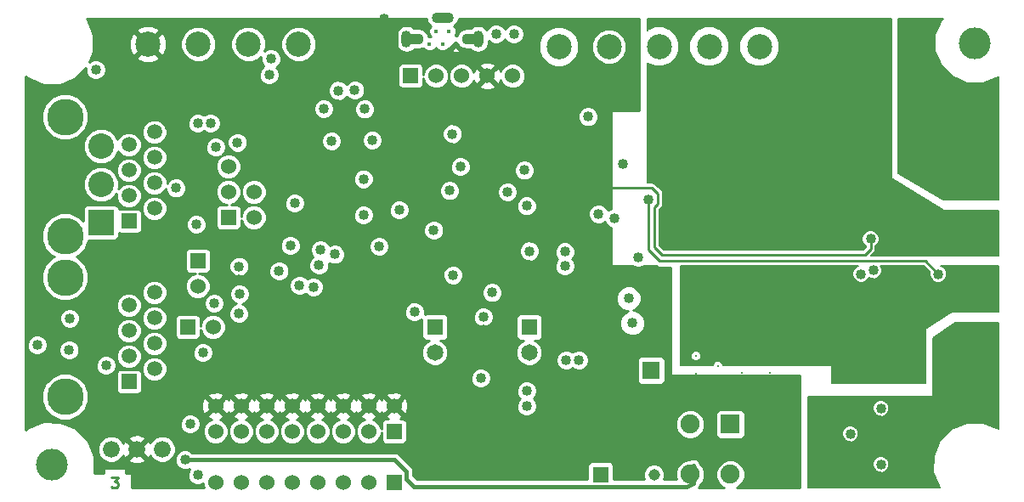
<source format=gbr>
G04 (created by PCBNEW (2013-07-07 BZR 4022)-stable) date 2/4/2017 6:27:51 AM*
%MOIN*%
G04 Gerber Fmt 3.4, Leading zero omitted, Abs format*
%FSLAX34Y34*%
G01*
G70*
G90*
G04 APERTURE LIST*
%ADD10C,0.00590551*%
%ADD11C,0.01*%
%ADD12O,0.0708661X0.0433071*%
%ADD13O,0.0866142X0.0433071*%
%ADD14R,0.06X0.06*%
%ADD15C,0.06*%
%ADD16C,0.1437*%
%ADD17R,0.0591X0.0591*%
%ADD18C,0.0591*%
%ADD19C,0.011811*%
%ADD20C,0.125*%
%ADD21R,0.0629921X0.0629921*%
%ADD22C,0.0629921*%
%ADD23C,0.0984252*%
%ADD24R,0.0708661X0.0708661*%
%ADD25C,0.0708661*%
%ADD26C,0.045*%
%ADD27C,0.066*%
%ADD28R,0.1X0.1*%
%ADD29C,0.1*%
%ADD30C,0.075*%
%ADD31R,0.075X0.075*%
%ADD32O,0.0393701X0.0669291*%
%ADD33C,0.0177165*%
%ADD34R,0.0649606X0.0649606*%
%ADD35C,0.0649606*%
%ADD36C,0.04*%
%ADD37C,0.016*%
%ADD38C,0.008*%
G04 APERTURE END LIST*
G54D10*
G54D11*
X35416Y-38311D02*
X35664Y-38311D01*
X35530Y-38464D01*
X35588Y-38464D01*
X35626Y-38483D01*
X35645Y-38502D01*
X35664Y-38540D01*
X35664Y-38635D01*
X35645Y-38673D01*
X35626Y-38692D01*
X35588Y-38711D01*
X35473Y-38711D01*
X35435Y-38692D01*
X35416Y-38673D01*
G54D12*
X47297Y-21100D03*
X49502Y-21100D03*
G54D13*
X48400Y-20253D03*
G54D14*
X47150Y-22550D03*
G54D15*
X48150Y-22550D03*
X49150Y-22550D03*
X50150Y-22550D03*
X51150Y-22550D03*
G54D16*
X33600Y-24162D03*
X33600Y-28835D03*
G54D17*
X36100Y-28250D03*
G54D18*
X37100Y-27750D03*
X36100Y-27250D03*
X37100Y-26750D03*
X36100Y-26250D03*
X37100Y-25750D03*
X36100Y-25250D03*
X37100Y-24750D03*
G54D16*
X33600Y-30462D03*
X33600Y-35135D03*
G54D17*
X36100Y-34550D03*
G54D18*
X37100Y-34050D03*
X36100Y-33550D03*
X37100Y-33050D03*
X36100Y-32550D03*
X37100Y-32050D03*
X36100Y-31550D03*
X37100Y-31050D03*
G54D14*
X40000Y-28100D03*
G54D15*
X41000Y-28100D03*
X40000Y-27100D03*
X41000Y-27100D03*
X40000Y-26100D03*
X41000Y-26100D03*
G54D19*
X41950Y-34150D03*
X43350Y-33500D03*
X43150Y-32900D03*
X41500Y-33500D03*
X41750Y-32900D03*
X42440Y-32870D03*
G54D20*
X69291Y-21259D03*
X33070Y-37795D03*
G54D21*
X54600Y-38192D03*
G54D22*
X54600Y-37207D03*
G54D23*
X69200Y-34721D03*
X69200Y-32752D03*
X69200Y-30784D03*
X69200Y-28815D03*
X69200Y-24878D03*
X69200Y-26847D03*
G54D19*
X42900Y-34150D03*
X59200Y-34500D03*
X61300Y-35250D03*
X58350Y-33550D03*
X60150Y-34200D03*
X58350Y-34250D03*
X59200Y-33950D03*
X58350Y-34800D03*
X61250Y-34200D03*
G54D24*
X56584Y-34100D03*
G54D25*
X54615Y-34100D03*
G54D19*
X47800Y-36900D03*
X49200Y-38400D03*
X49200Y-36900D03*
X47800Y-38100D03*
X48630Y-37630D03*
G54D26*
X56700Y-38200D03*
G54D15*
X39500Y-36500D03*
X40500Y-36500D03*
X41500Y-36500D03*
X42500Y-36500D03*
X43500Y-36500D03*
X44500Y-36500D03*
X45500Y-36500D03*
G54D14*
X46500Y-36500D03*
X46500Y-38500D03*
G54D15*
X45500Y-38500D03*
X44500Y-38500D03*
X43500Y-38500D03*
X42500Y-38500D03*
X41500Y-38500D03*
X40500Y-38500D03*
X39500Y-38500D03*
X39500Y-35500D03*
X40500Y-35500D03*
X41500Y-35500D03*
X42500Y-35500D03*
X43500Y-35500D03*
X44500Y-35500D03*
X45500Y-35500D03*
X46500Y-35500D03*
G54D14*
X38400Y-32400D03*
G54D15*
X39400Y-32400D03*
G54D27*
X37400Y-37200D03*
X36400Y-37200D03*
X35400Y-37200D03*
G54D23*
X42752Y-21300D03*
X40784Y-21300D03*
X36847Y-21300D03*
X38815Y-21300D03*
G54D28*
X35000Y-28300D03*
G54D29*
X35000Y-26800D03*
X35000Y-25300D03*
G54D23*
X60837Y-21400D03*
X58868Y-21400D03*
X56900Y-21400D03*
X52962Y-21400D03*
X54931Y-21400D03*
G54D14*
X38800Y-29800D03*
G54D15*
X38800Y-30800D03*
G54D30*
X58113Y-38184D03*
X59687Y-38184D03*
G54D31*
X59687Y-36216D03*
G54D30*
X58113Y-36216D03*
G54D32*
X46992Y-21100D03*
X49807Y-21100D03*
G54D33*
X48144Y-20792D03*
X48400Y-21296D03*
X48655Y-20792D03*
X48911Y-21296D03*
X47888Y-21296D03*
G54D34*
X51800Y-32400D03*
G54D35*
X51800Y-33400D03*
G54D34*
X48100Y-32400D03*
G54D35*
X48100Y-33400D03*
G54D36*
X50950Y-27100D03*
X44050Y-25100D03*
X40360Y-25160D03*
X51700Y-27650D03*
X45300Y-26590D03*
X47300Y-31800D03*
X51700Y-35500D03*
X51700Y-34900D03*
X35200Y-33900D03*
X48820Y-30360D03*
X44320Y-23120D03*
X39000Y-33400D03*
X32500Y-33100D03*
X40425Y-30025D03*
X49900Y-34400D03*
X43560Y-29980D03*
X50000Y-32000D03*
X58400Y-25600D03*
X58400Y-28400D03*
X60400Y-28400D03*
X60400Y-24800D03*
X62200Y-22800D03*
X63600Y-21200D03*
X63800Y-23400D03*
X64800Y-24600D03*
X64800Y-25600D03*
X63400Y-27200D03*
X64400Y-27200D03*
X65400Y-27200D03*
X66400Y-27200D03*
X44180Y-29550D03*
X50350Y-31050D03*
X64400Y-36600D03*
X65600Y-37800D03*
X65600Y-35600D03*
X64800Y-33600D03*
X63600Y-33600D03*
X62200Y-33600D03*
X60800Y-32400D03*
X59000Y-32400D03*
X59000Y-30600D03*
X60800Y-30600D03*
X62200Y-31400D03*
X63200Y-31400D03*
X64200Y-31400D03*
X65200Y-31400D03*
X66000Y-31400D03*
X66800Y-31400D03*
X67600Y-31400D03*
X43610Y-29370D03*
X43340Y-30830D03*
X42790Y-30770D03*
X45300Y-28000D03*
X65300Y-30180D03*
X51820Y-29420D03*
X45920Y-29240D03*
X54110Y-24150D03*
X46700Y-27800D03*
X41990Y-30210D03*
X55150Y-28130D03*
X67850Y-30320D03*
X56480Y-27400D03*
X64820Y-30320D03*
X56080Y-29680D03*
X38740Y-28380D03*
X38800Y-38200D03*
X42430Y-29210D03*
X38500Y-36200D03*
X39500Y-25340D03*
X38800Y-24400D03*
X39440Y-31468D03*
X48060Y-28610D03*
X42600Y-27540D03*
X54520Y-27960D03*
X51200Y-20900D03*
X50500Y-20900D03*
X48680Y-27050D03*
X67200Y-21200D03*
X67200Y-23200D03*
X69000Y-23400D03*
X68200Y-36000D03*
X63520Y-35460D03*
X63540Y-38160D03*
X63560Y-36880D03*
X54150Y-26730D03*
X65200Y-28950D03*
X43700Y-23150D03*
X40410Y-24480D03*
X37580Y-24100D03*
X43430Y-27030D03*
X34700Y-24100D03*
X38100Y-25900D03*
X38700Y-27000D03*
X51370Y-28130D03*
X46050Y-27050D03*
X51700Y-30000D03*
X50470Y-24830D03*
X52450Y-25400D03*
X51400Y-37400D03*
X54835Y-24235D03*
X46410Y-24000D03*
X46430Y-23350D03*
X52550Y-26250D03*
X35220Y-35490D03*
X36700Y-35600D03*
X48140Y-30120D03*
X49290Y-28270D03*
X51710Y-25440D03*
X48290Y-25720D03*
X34200Y-25700D03*
X35140Y-31550D03*
X62040Y-35580D03*
X61960Y-38160D03*
X61920Y-36880D03*
X43880Y-26060D03*
X44840Y-21800D03*
X46100Y-21600D03*
X46100Y-20300D03*
X46200Y-21000D03*
X50000Y-32500D03*
X32600Y-32500D03*
X47460Y-30060D03*
X47400Y-30900D03*
X45700Y-30520D03*
X40425Y-30525D03*
X49590Y-30365D03*
X55850Y-32250D03*
X55700Y-31280D03*
X33760Y-33300D03*
X40420Y-31880D03*
X33780Y-32060D03*
X40440Y-31100D03*
X39300Y-24400D03*
X34800Y-22300D03*
X37950Y-26950D03*
X41670Y-21880D03*
X45350Y-23850D03*
X45640Y-25070D03*
X49100Y-26110D03*
X44960Y-23100D03*
X41600Y-22500D03*
X51610Y-26250D03*
X48790Y-24820D03*
X55480Y-26010D03*
X53250Y-33700D03*
X53750Y-33700D03*
X38300Y-37600D03*
X43740Y-23840D03*
X53200Y-29450D03*
X53200Y-30000D03*
G54D11*
X56480Y-27400D02*
X56480Y-29370D01*
X67340Y-29810D02*
X67850Y-30320D01*
X56920Y-29810D02*
X67340Y-29810D01*
X56480Y-29370D02*
X56920Y-29810D01*
X56860Y-27180D02*
X56860Y-27570D01*
X57010Y-29570D02*
X64980Y-29570D01*
X56720Y-29280D02*
X57010Y-29570D01*
X56720Y-27710D02*
X56720Y-29280D01*
X56860Y-27570D02*
X56720Y-27710D01*
X65200Y-28950D02*
X65200Y-29350D01*
X54360Y-26940D02*
X54150Y-26730D01*
X56620Y-26940D02*
X54360Y-26940D01*
X56860Y-27180D02*
X56620Y-26940D01*
X65200Y-29350D02*
X64980Y-29570D01*
G54D37*
X57978Y-38660D02*
X47280Y-38660D01*
X47280Y-38660D02*
X46980Y-38360D01*
X46980Y-38360D02*
X46980Y-38080D01*
X58230Y-37842D02*
X58230Y-38530D01*
X58230Y-38530D02*
X57978Y-38660D01*
X46500Y-37600D02*
X46980Y-38080D01*
X38300Y-37600D02*
X46500Y-37600D01*
G54D10*
G36*
X62400Y-38700D02*
X59943Y-38700D01*
X60012Y-38671D01*
X60174Y-38510D01*
X60261Y-38298D01*
X60262Y-38070D01*
X60262Y-38069D01*
X60262Y-36551D01*
X60262Y-35801D01*
X60231Y-35727D01*
X60175Y-35671D01*
X60101Y-35641D01*
X60022Y-35640D01*
X59272Y-35640D01*
X59198Y-35671D01*
X59142Y-35727D01*
X59112Y-35801D01*
X59111Y-35880D01*
X59111Y-36630D01*
X59142Y-36704D01*
X59198Y-36760D01*
X59272Y-36790D01*
X59351Y-36791D01*
X60101Y-36791D01*
X60175Y-36760D01*
X60231Y-36704D01*
X60261Y-36630D01*
X60262Y-36551D01*
X60262Y-38069D01*
X60174Y-37858D01*
X60013Y-37696D01*
X59801Y-37609D01*
X59573Y-37608D01*
X59361Y-37696D01*
X59199Y-37857D01*
X59112Y-38069D01*
X59111Y-38297D01*
X59199Y-38509D01*
X59360Y-38671D01*
X59430Y-38700D01*
X58449Y-38700D01*
X58464Y-38674D01*
X58488Y-38637D01*
X58491Y-38625D01*
X58496Y-38615D01*
X58496Y-38613D01*
X58600Y-38510D01*
X58687Y-38298D01*
X58688Y-38070D01*
X58688Y-36102D01*
X58600Y-35890D01*
X58439Y-35728D01*
X58227Y-35641D01*
X57999Y-35640D01*
X57787Y-35728D01*
X57625Y-35889D01*
X57538Y-36101D01*
X57537Y-36329D01*
X57625Y-36541D01*
X57786Y-36703D01*
X57998Y-36790D01*
X58226Y-36791D01*
X58438Y-36703D01*
X58600Y-36542D01*
X58687Y-36330D01*
X58688Y-36102D01*
X58688Y-38070D01*
X58600Y-37858D01*
X58491Y-37749D01*
X58488Y-37734D01*
X58427Y-37644D01*
X58337Y-37583D01*
X58230Y-37562D01*
X58122Y-37583D01*
X58084Y-37608D01*
X57999Y-37608D01*
X57787Y-37696D01*
X57625Y-37857D01*
X57538Y-38069D01*
X57537Y-38297D01*
X57571Y-38380D01*
X57138Y-38380D01*
X57138Y-34414D01*
X57138Y-33706D01*
X57108Y-33632D01*
X57052Y-33576D01*
X56978Y-33545D01*
X56898Y-33545D01*
X56350Y-33545D01*
X56350Y-32150D01*
X56274Y-31967D01*
X56133Y-31826D01*
X55949Y-31750D01*
X55871Y-31750D01*
X55982Y-31704D01*
X56123Y-31563D01*
X56199Y-31379D01*
X56200Y-31180D01*
X56124Y-30997D01*
X55983Y-30856D01*
X55799Y-30780D01*
X55600Y-30779D01*
X55417Y-30855D01*
X55276Y-30996D01*
X55200Y-31180D01*
X55199Y-31379D01*
X55275Y-31562D01*
X55416Y-31703D01*
X55600Y-31779D01*
X55678Y-31779D01*
X55567Y-31825D01*
X55426Y-31966D01*
X55350Y-32150D01*
X55349Y-32349D01*
X55425Y-32532D01*
X55566Y-32673D01*
X55750Y-32749D01*
X55949Y-32750D01*
X56132Y-32674D01*
X56273Y-32533D01*
X56349Y-32349D01*
X56350Y-32150D01*
X56350Y-33545D01*
X56190Y-33545D01*
X56116Y-33576D01*
X56060Y-33632D01*
X56029Y-33705D01*
X56029Y-33785D01*
X56029Y-34493D01*
X56060Y-34567D01*
X56116Y-34623D01*
X56189Y-34654D01*
X56269Y-34654D01*
X56978Y-34654D01*
X57051Y-34623D01*
X57108Y-34567D01*
X57138Y-34494D01*
X57138Y-34414D01*
X57138Y-38380D01*
X57085Y-38380D01*
X57124Y-38284D01*
X57125Y-38115D01*
X57060Y-37959D01*
X56941Y-37839D01*
X56784Y-37775D01*
X56615Y-37774D01*
X56459Y-37839D01*
X56339Y-37958D01*
X56275Y-38115D01*
X56274Y-38284D01*
X56314Y-38380D01*
X55114Y-38380D01*
X55114Y-37837D01*
X55084Y-37764D01*
X55028Y-37707D01*
X54954Y-37677D01*
X54875Y-37677D01*
X54245Y-37677D01*
X54171Y-37707D01*
X54150Y-37729D01*
X54150Y-33620D01*
X54089Y-33473D01*
X53976Y-33361D01*
X53829Y-33300D01*
X53670Y-33299D01*
X53600Y-33329D01*
X53600Y-29920D01*
X53539Y-29773D01*
X53490Y-29725D01*
X53538Y-29676D01*
X53599Y-29529D01*
X53600Y-29370D01*
X53539Y-29223D01*
X53426Y-29111D01*
X53279Y-29050D01*
X53120Y-29049D01*
X52973Y-29110D01*
X52861Y-29223D01*
X52800Y-29370D01*
X52799Y-29529D01*
X52860Y-29676D01*
X52909Y-29724D01*
X52861Y-29773D01*
X52800Y-29920D01*
X52799Y-30079D01*
X52860Y-30226D01*
X52973Y-30338D01*
X53120Y-30399D01*
X53279Y-30400D01*
X53426Y-30339D01*
X53538Y-30226D01*
X53599Y-30079D01*
X53600Y-29920D01*
X53600Y-33329D01*
X53523Y-33360D01*
X53500Y-33384D01*
X53476Y-33361D01*
X53329Y-33300D01*
X53170Y-33299D01*
X53023Y-33360D01*
X52911Y-33473D01*
X52850Y-33620D01*
X52849Y-33779D01*
X52910Y-33926D01*
X53023Y-34038D01*
X53170Y-34099D01*
X53329Y-34100D01*
X53476Y-34039D01*
X53499Y-34015D01*
X53523Y-34038D01*
X53670Y-34099D01*
X53829Y-34100D01*
X53976Y-34039D01*
X54088Y-33926D01*
X54149Y-33779D01*
X54150Y-33620D01*
X54150Y-37729D01*
X54115Y-37763D01*
X54085Y-37837D01*
X54085Y-37916D01*
X54085Y-38380D01*
X52324Y-38380D01*
X52324Y-33296D01*
X52245Y-33103D01*
X52097Y-32955D01*
X52024Y-32924D01*
X52164Y-32924D01*
X52237Y-32894D01*
X52294Y-32838D01*
X52324Y-32764D01*
X52324Y-32685D01*
X52324Y-32035D01*
X52294Y-31962D01*
X52238Y-31905D01*
X52220Y-31898D01*
X52220Y-29340D01*
X52159Y-29193D01*
X52100Y-29134D01*
X52100Y-27570D01*
X52039Y-27423D01*
X52010Y-27394D01*
X52010Y-26170D01*
X51949Y-26023D01*
X51836Y-25911D01*
X51689Y-25850D01*
X51650Y-25850D01*
X51650Y-22450D01*
X51574Y-22267D01*
X51433Y-22126D01*
X51249Y-22050D01*
X51050Y-22049D01*
X50867Y-22125D01*
X50726Y-22266D01*
X50679Y-22378D01*
X50631Y-22262D01*
X50535Y-22234D01*
X50465Y-22305D01*
X50465Y-22164D01*
X50437Y-22068D01*
X50231Y-21995D01*
X50013Y-22006D01*
X49862Y-22068D01*
X49834Y-22164D01*
X50150Y-22479D01*
X50465Y-22164D01*
X50465Y-22305D01*
X50220Y-22550D01*
X50535Y-22865D01*
X50631Y-22837D01*
X50676Y-22712D01*
X50725Y-22832D01*
X50866Y-22973D01*
X51050Y-23049D01*
X51249Y-23050D01*
X51432Y-22974D01*
X51573Y-22833D01*
X51649Y-22649D01*
X51650Y-22450D01*
X51650Y-25850D01*
X51530Y-25849D01*
X51383Y-25910D01*
X51271Y-26023D01*
X51210Y-26170D01*
X51209Y-26329D01*
X51270Y-26476D01*
X51383Y-26588D01*
X51530Y-26649D01*
X51689Y-26650D01*
X51836Y-26589D01*
X51948Y-26476D01*
X52009Y-26329D01*
X52010Y-26170D01*
X52010Y-27394D01*
X51926Y-27311D01*
X51779Y-27250D01*
X51620Y-27249D01*
X51473Y-27310D01*
X51361Y-27423D01*
X51350Y-27449D01*
X51350Y-27020D01*
X51289Y-26873D01*
X51176Y-26761D01*
X51029Y-26700D01*
X50870Y-26699D01*
X50723Y-26760D01*
X50611Y-26873D01*
X50550Y-27020D01*
X50549Y-27179D01*
X50610Y-27326D01*
X50723Y-27438D01*
X50870Y-27499D01*
X51029Y-27500D01*
X51176Y-27439D01*
X51288Y-27326D01*
X51349Y-27179D01*
X51350Y-27020D01*
X51350Y-27449D01*
X51300Y-27570D01*
X51299Y-27729D01*
X51360Y-27876D01*
X51473Y-27988D01*
X51620Y-28049D01*
X51779Y-28050D01*
X51926Y-27989D01*
X52038Y-27876D01*
X52099Y-27729D01*
X52100Y-27570D01*
X52100Y-29134D01*
X52046Y-29081D01*
X51899Y-29020D01*
X51740Y-29019D01*
X51593Y-29080D01*
X51481Y-29193D01*
X51420Y-29340D01*
X51419Y-29499D01*
X51480Y-29646D01*
X51593Y-29758D01*
X51740Y-29819D01*
X51899Y-29820D01*
X52046Y-29759D01*
X52158Y-29646D01*
X52219Y-29499D01*
X52220Y-29340D01*
X52220Y-31898D01*
X52164Y-31875D01*
X52085Y-31875D01*
X51435Y-31875D01*
X51362Y-31905D01*
X51305Y-31961D01*
X51275Y-32035D01*
X51275Y-32114D01*
X51275Y-32764D01*
X51305Y-32837D01*
X51361Y-32894D01*
X51435Y-32924D01*
X51514Y-32924D01*
X51575Y-32924D01*
X51503Y-32954D01*
X51355Y-33102D01*
X51275Y-33295D01*
X51275Y-33503D01*
X51354Y-33696D01*
X51502Y-33844D01*
X51695Y-33924D01*
X51903Y-33924D01*
X52096Y-33845D01*
X52244Y-33697D01*
X52324Y-33504D01*
X52324Y-33296D01*
X52324Y-38380D01*
X52100Y-38380D01*
X52100Y-35420D01*
X52039Y-35273D01*
X51965Y-35199D01*
X52038Y-35126D01*
X52099Y-34979D01*
X52100Y-34820D01*
X52039Y-34673D01*
X51926Y-34561D01*
X51779Y-34500D01*
X51620Y-34499D01*
X51473Y-34560D01*
X51361Y-34673D01*
X51300Y-34820D01*
X51299Y-34979D01*
X51360Y-35126D01*
X51434Y-35200D01*
X51361Y-35273D01*
X51300Y-35420D01*
X51299Y-35579D01*
X51360Y-35726D01*
X51473Y-35838D01*
X51620Y-35899D01*
X51779Y-35900D01*
X51926Y-35839D01*
X52038Y-35726D01*
X52099Y-35579D01*
X52100Y-35420D01*
X52100Y-38380D01*
X50750Y-38380D01*
X50750Y-30970D01*
X50689Y-30823D01*
X50576Y-30711D01*
X50465Y-30664D01*
X50465Y-22935D01*
X50150Y-22620D01*
X50079Y-22691D01*
X50079Y-22550D01*
X49764Y-22234D01*
X49668Y-22262D01*
X49623Y-22387D01*
X49574Y-22267D01*
X49433Y-22126D01*
X49249Y-22050D01*
X49077Y-22049D01*
X49077Y-21525D01*
X48911Y-21359D01*
X48745Y-21525D01*
X48746Y-21599D01*
X48874Y-21640D01*
X49009Y-21628D01*
X49077Y-21599D01*
X49077Y-21525D01*
X49077Y-22049D01*
X49050Y-22049D01*
X48867Y-22125D01*
X48726Y-22266D01*
X48650Y-22450D01*
X48650Y-22451D01*
X48650Y-22450D01*
X48574Y-22267D01*
X48433Y-22126D01*
X48249Y-22050D01*
X48050Y-22049D01*
X47867Y-22125D01*
X47726Y-22266D01*
X47650Y-22450D01*
X47650Y-22510D01*
X47650Y-22210D01*
X47619Y-22136D01*
X47563Y-22080D01*
X47489Y-22050D01*
X47410Y-22049D01*
X46810Y-22049D01*
X46736Y-22080D01*
X46680Y-22136D01*
X46650Y-22210D01*
X46649Y-22289D01*
X46649Y-22889D01*
X46680Y-22963D01*
X46736Y-23019D01*
X46810Y-23049D01*
X46889Y-23050D01*
X47489Y-23050D01*
X47563Y-23019D01*
X47619Y-22963D01*
X47649Y-22889D01*
X47650Y-22810D01*
X47650Y-22649D01*
X47725Y-22832D01*
X47866Y-22973D01*
X48050Y-23049D01*
X48249Y-23050D01*
X48432Y-22974D01*
X48573Y-22833D01*
X48649Y-22649D01*
X48650Y-22450D01*
X48650Y-22451D01*
X48649Y-22649D01*
X48725Y-22832D01*
X48866Y-22973D01*
X49050Y-23049D01*
X49249Y-23050D01*
X49432Y-22974D01*
X49573Y-22833D01*
X49620Y-22721D01*
X49668Y-22837D01*
X49764Y-22865D01*
X50079Y-22550D01*
X50079Y-22691D01*
X49834Y-22935D01*
X49862Y-23031D01*
X50068Y-23104D01*
X50286Y-23093D01*
X50437Y-23031D01*
X50465Y-22935D01*
X50465Y-30664D01*
X50429Y-30650D01*
X50270Y-30649D01*
X50123Y-30710D01*
X50011Y-30823D01*
X49950Y-30970D01*
X49949Y-31129D01*
X50010Y-31276D01*
X50123Y-31388D01*
X50270Y-31449D01*
X50429Y-31450D01*
X50576Y-31389D01*
X50688Y-31276D01*
X50749Y-31129D01*
X50750Y-30970D01*
X50750Y-38380D01*
X50400Y-38380D01*
X50400Y-31920D01*
X50339Y-31773D01*
X50226Y-31661D01*
X50079Y-31600D01*
X49920Y-31599D01*
X49773Y-31660D01*
X49661Y-31773D01*
X49600Y-31920D01*
X49599Y-32079D01*
X49660Y-32226D01*
X49773Y-32338D01*
X49920Y-32399D01*
X50079Y-32400D01*
X50226Y-32339D01*
X50338Y-32226D01*
X50399Y-32079D01*
X50400Y-31920D01*
X50400Y-38380D01*
X50300Y-38380D01*
X50300Y-34320D01*
X50239Y-34173D01*
X50126Y-34061D01*
X49979Y-34000D01*
X49820Y-33999D01*
X49673Y-34060D01*
X49561Y-34173D01*
X49500Y-34320D01*
X49500Y-26030D01*
X49439Y-25883D01*
X49326Y-25771D01*
X49190Y-25714D01*
X49190Y-24740D01*
X49129Y-24593D01*
X49016Y-24481D01*
X48869Y-24420D01*
X48710Y-24419D01*
X48563Y-24480D01*
X48451Y-24593D01*
X48390Y-24740D01*
X48389Y-24899D01*
X48450Y-25046D01*
X48563Y-25158D01*
X48710Y-25219D01*
X48869Y-25220D01*
X49016Y-25159D01*
X49128Y-25046D01*
X49189Y-24899D01*
X49190Y-24740D01*
X49190Y-25714D01*
X49179Y-25710D01*
X49020Y-25709D01*
X48873Y-25770D01*
X48761Y-25883D01*
X48700Y-26030D01*
X48699Y-26189D01*
X48760Y-26336D01*
X48873Y-26448D01*
X49020Y-26509D01*
X49179Y-26510D01*
X49326Y-26449D01*
X49438Y-26336D01*
X49499Y-26189D01*
X49500Y-26030D01*
X49500Y-34320D01*
X49499Y-34479D01*
X49560Y-34626D01*
X49673Y-34738D01*
X49820Y-34799D01*
X49979Y-34800D01*
X50126Y-34739D01*
X50238Y-34626D01*
X50299Y-34479D01*
X50300Y-34320D01*
X50300Y-38380D01*
X49220Y-38380D01*
X49220Y-30280D01*
X49159Y-30133D01*
X49080Y-30054D01*
X49080Y-26970D01*
X49019Y-26823D01*
X48906Y-26711D01*
X48759Y-26650D01*
X48600Y-26649D01*
X48453Y-26710D01*
X48341Y-26823D01*
X48280Y-26970D01*
X48279Y-27129D01*
X48340Y-27276D01*
X48453Y-27388D01*
X48600Y-27449D01*
X48759Y-27450D01*
X48906Y-27389D01*
X49018Y-27276D01*
X49079Y-27129D01*
X49080Y-26970D01*
X49080Y-30054D01*
X49046Y-30021D01*
X48899Y-29960D01*
X48740Y-29959D01*
X48593Y-30020D01*
X48481Y-30133D01*
X48460Y-30183D01*
X48460Y-28530D01*
X48399Y-28383D01*
X48286Y-28271D01*
X48139Y-28210D01*
X47980Y-28209D01*
X47833Y-28270D01*
X47721Y-28383D01*
X47660Y-28530D01*
X47659Y-28689D01*
X47720Y-28836D01*
X47833Y-28948D01*
X47980Y-29009D01*
X48139Y-29010D01*
X48286Y-28949D01*
X48398Y-28836D01*
X48459Y-28689D01*
X48460Y-28530D01*
X48460Y-30183D01*
X48420Y-30280D01*
X48419Y-30439D01*
X48480Y-30586D01*
X48593Y-30698D01*
X48740Y-30759D01*
X48899Y-30760D01*
X49046Y-30699D01*
X49158Y-30586D01*
X49219Y-30439D01*
X49220Y-30280D01*
X49220Y-38380D01*
X48624Y-38380D01*
X48624Y-33296D01*
X48545Y-33103D01*
X48397Y-32955D01*
X48324Y-32924D01*
X48464Y-32924D01*
X48537Y-32894D01*
X48594Y-32838D01*
X48624Y-32764D01*
X48624Y-32685D01*
X48624Y-32035D01*
X48594Y-31962D01*
X48538Y-31905D01*
X48464Y-31875D01*
X48385Y-31875D01*
X47735Y-31875D01*
X47694Y-31891D01*
X47699Y-31879D01*
X47700Y-31720D01*
X47639Y-31573D01*
X47526Y-31461D01*
X47379Y-31400D01*
X47220Y-31399D01*
X47100Y-31449D01*
X47100Y-27720D01*
X47039Y-27573D01*
X46926Y-27461D01*
X46779Y-27400D01*
X46620Y-27399D01*
X46473Y-27460D01*
X46361Y-27573D01*
X46300Y-27720D01*
X46299Y-27879D01*
X46360Y-28026D01*
X46473Y-28138D01*
X46620Y-28199D01*
X46779Y-28200D01*
X46926Y-28139D01*
X47038Y-28026D01*
X47099Y-27879D01*
X47100Y-27720D01*
X47100Y-31449D01*
X47073Y-31460D01*
X46961Y-31573D01*
X46900Y-31720D01*
X46899Y-31879D01*
X46960Y-32026D01*
X47073Y-32138D01*
X47220Y-32199D01*
X47379Y-32200D01*
X47526Y-32139D01*
X47575Y-32090D01*
X47575Y-32114D01*
X47575Y-32764D01*
X47605Y-32837D01*
X47661Y-32894D01*
X47735Y-32924D01*
X47814Y-32924D01*
X47875Y-32924D01*
X47803Y-32954D01*
X47655Y-33102D01*
X47575Y-33295D01*
X47575Y-33503D01*
X47654Y-33696D01*
X47802Y-33844D01*
X47995Y-33924D01*
X48203Y-33924D01*
X48396Y-33845D01*
X48544Y-33697D01*
X48624Y-33504D01*
X48624Y-33296D01*
X48624Y-38380D01*
X47395Y-38380D01*
X47260Y-38244D01*
X47260Y-38080D01*
X47242Y-37990D01*
X47238Y-37972D01*
X47238Y-37972D01*
X47177Y-37882D01*
X47054Y-37758D01*
X47054Y-35581D01*
X47043Y-35363D01*
X46981Y-35212D01*
X46885Y-35184D01*
X46815Y-35255D01*
X46815Y-35114D01*
X46787Y-35018D01*
X46581Y-34945D01*
X46363Y-34956D01*
X46320Y-34974D01*
X46320Y-29160D01*
X46259Y-29013D01*
X46146Y-28901D01*
X46040Y-28856D01*
X46040Y-24990D01*
X45979Y-24843D01*
X45866Y-24731D01*
X45750Y-24682D01*
X45750Y-23770D01*
X45689Y-23623D01*
X45576Y-23511D01*
X45429Y-23450D01*
X45360Y-23450D01*
X45360Y-23020D01*
X45299Y-22873D01*
X45186Y-22761D01*
X45039Y-22700D01*
X44880Y-22699D01*
X44733Y-22760D01*
X44629Y-22864D01*
X44546Y-22781D01*
X44399Y-22720D01*
X44240Y-22719D01*
X44093Y-22780D01*
X43981Y-22893D01*
X43920Y-23040D01*
X43919Y-23199D01*
X43980Y-23346D01*
X44093Y-23458D01*
X44240Y-23519D01*
X44399Y-23520D01*
X44546Y-23459D01*
X44650Y-23355D01*
X44733Y-23438D01*
X44880Y-23499D01*
X45039Y-23500D01*
X45186Y-23439D01*
X45298Y-23326D01*
X45359Y-23179D01*
X45360Y-23020D01*
X45360Y-23450D01*
X45270Y-23449D01*
X45123Y-23510D01*
X45011Y-23623D01*
X44950Y-23770D01*
X44949Y-23929D01*
X45010Y-24076D01*
X45123Y-24188D01*
X45270Y-24249D01*
X45429Y-24250D01*
X45576Y-24189D01*
X45688Y-24076D01*
X45749Y-23929D01*
X45750Y-23770D01*
X45750Y-24682D01*
X45719Y-24670D01*
X45560Y-24669D01*
X45413Y-24730D01*
X45301Y-24843D01*
X45240Y-24990D01*
X45239Y-25149D01*
X45300Y-25296D01*
X45413Y-25408D01*
X45560Y-25469D01*
X45719Y-25470D01*
X45866Y-25409D01*
X45978Y-25296D01*
X46039Y-25149D01*
X46040Y-24990D01*
X46040Y-28856D01*
X45999Y-28840D01*
X45840Y-28839D01*
X45700Y-28898D01*
X45700Y-27920D01*
X45700Y-26510D01*
X45639Y-26363D01*
X45526Y-26251D01*
X45379Y-26190D01*
X45220Y-26189D01*
X45073Y-26250D01*
X44961Y-26363D01*
X44900Y-26510D01*
X44899Y-26669D01*
X44960Y-26816D01*
X45073Y-26928D01*
X45220Y-26989D01*
X45379Y-26990D01*
X45526Y-26929D01*
X45638Y-26816D01*
X45699Y-26669D01*
X45700Y-26510D01*
X45700Y-27920D01*
X45639Y-27773D01*
X45526Y-27661D01*
X45379Y-27600D01*
X45220Y-27599D01*
X45073Y-27660D01*
X44961Y-27773D01*
X44900Y-27920D01*
X44899Y-28079D01*
X44960Y-28226D01*
X45073Y-28338D01*
X45220Y-28399D01*
X45379Y-28400D01*
X45526Y-28339D01*
X45638Y-28226D01*
X45699Y-28079D01*
X45700Y-27920D01*
X45700Y-28898D01*
X45693Y-28900D01*
X45581Y-29013D01*
X45520Y-29160D01*
X45519Y-29319D01*
X45580Y-29466D01*
X45693Y-29578D01*
X45840Y-29639D01*
X45999Y-29640D01*
X46146Y-29579D01*
X46258Y-29466D01*
X46319Y-29319D01*
X46320Y-29160D01*
X46320Y-34974D01*
X46212Y-35018D01*
X46184Y-35114D01*
X46500Y-35429D01*
X46815Y-35114D01*
X46815Y-35255D01*
X46570Y-35500D01*
X46885Y-35815D01*
X46981Y-35787D01*
X47054Y-35581D01*
X47054Y-37758D01*
X47000Y-37704D01*
X47000Y-36760D01*
X47000Y-36160D01*
X46969Y-36086D01*
X46913Y-36030D01*
X46839Y-36000D01*
X46760Y-35999D01*
X46742Y-35999D01*
X46787Y-35981D01*
X46815Y-35885D01*
X46500Y-35570D01*
X46429Y-35641D01*
X46429Y-35500D01*
X46114Y-35184D01*
X46018Y-35212D01*
X46001Y-35260D01*
X45981Y-35212D01*
X45885Y-35184D01*
X45815Y-35255D01*
X45815Y-35114D01*
X45787Y-35018D01*
X45581Y-34945D01*
X45363Y-34956D01*
X45212Y-35018D01*
X45184Y-35114D01*
X45500Y-35429D01*
X45815Y-35114D01*
X45815Y-35255D01*
X45570Y-35500D01*
X45885Y-35815D01*
X45981Y-35787D01*
X45998Y-35739D01*
X46018Y-35787D01*
X46114Y-35815D01*
X46429Y-35500D01*
X46429Y-35641D01*
X46184Y-35885D01*
X46212Y-35981D01*
X46264Y-35999D01*
X46160Y-35999D01*
X46086Y-36030D01*
X46030Y-36086D01*
X46000Y-36160D01*
X45999Y-36239D01*
X45999Y-36400D01*
X45924Y-36217D01*
X45783Y-36076D01*
X45671Y-36029D01*
X45787Y-35981D01*
X45815Y-35885D01*
X45500Y-35570D01*
X45429Y-35641D01*
X45429Y-35500D01*
X45114Y-35184D01*
X45018Y-35212D01*
X45001Y-35260D01*
X44981Y-35212D01*
X44885Y-35184D01*
X44815Y-35255D01*
X44815Y-35114D01*
X44787Y-35018D01*
X44581Y-34945D01*
X44580Y-34945D01*
X44580Y-29470D01*
X44519Y-29323D01*
X44450Y-29254D01*
X44450Y-25020D01*
X44389Y-24873D01*
X44276Y-24761D01*
X44140Y-24704D01*
X44140Y-23760D01*
X44079Y-23613D01*
X43966Y-23501D01*
X43819Y-23440D01*
X43660Y-23439D01*
X43513Y-23500D01*
X43445Y-23569D01*
X43445Y-21162D01*
X43339Y-20908D01*
X43145Y-20713D01*
X42891Y-20607D01*
X42615Y-20607D01*
X42361Y-20712D01*
X42166Y-20907D01*
X42060Y-21161D01*
X42060Y-21437D01*
X42165Y-21691D01*
X42360Y-21886D01*
X42614Y-21992D01*
X42889Y-21992D01*
X43144Y-21887D01*
X43339Y-21692D01*
X43444Y-21438D01*
X43445Y-21162D01*
X43445Y-23569D01*
X43401Y-23613D01*
X43340Y-23760D01*
X43339Y-23919D01*
X43400Y-24066D01*
X43513Y-24178D01*
X43660Y-24239D01*
X43819Y-24240D01*
X43966Y-24179D01*
X44078Y-24066D01*
X44139Y-23919D01*
X44140Y-23760D01*
X44140Y-24704D01*
X44129Y-24700D01*
X43970Y-24699D01*
X43823Y-24760D01*
X43711Y-24873D01*
X43650Y-25020D01*
X43649Y-25179D01*
X43710Y-25326D01*
X43823Y-25438D01*
X43970Y-25499D01*
X44129Y-25500D01*
X44276Y-25439D01*
X44388Y-25326D01*
X44449Y-25179D01*
X44450Y-25020D01*
X44450Y-29254D01*
X44406Y-29211D01*
X44259Y-29150D01*
X44100Y-29149D01*
X43973Y-29202D01*
X43949Y-29143D01*
X43836Y-29031D01*
X43689Y-28970D01*
X43530Y-28969D01*
X43383Y-29030D01*
X43271Y-29143D01*
X43210Y-29290D01*
X43209Y-29449D01*
X43270Y-29596D01*
X43324Y-29650D01*
X43221Y-29753D01*
X43160Y-29900D01*
X43159Y-30059D01*
X43220Y-30206D01*
X43333Y-30318D01*
X43480Y-30379D01*
X43639Y-30380D01*
X43786Y-30319D01*
X43898Y-30206D01*
X43959Y-30059D01*
X43960Y-29900D01*
X43955Y-29889D01*
X44100Y-29949D01*
X44259Y-29950D01*
X44406Y-29889D01*
X44518Y-29776D01*
X44579Y-29629D01*
X44580Y-29470D01*
X44580Y-34945D01*
X44363Y-34956D01*
X44212Y-35018D01*
X44184Y-35114D01*
X44500Y-35429D01*
X44815Y-35114D01*
X44815Y-35255D01*
X44570Y-35500D01*
X44885Y-35815D01*
X44981Y-35787D01*
X44998Y-35739D01*
X45018Y-35787D01*
X45114Y-35815D01*
X45429Y-35500D01*
X45429Y-35641D01*
X45184Y-35885D01*
X45212Y-35981D01*
X45337Y-36026D01*
X45217Y-36075D01*
X45076Y-36216D01*
X45000Y-36400D01*
X45000Y-36401D01*
X45000Y-36400D01*
X44924Y-36217D01*
X44783Y-36076D01*
X44671Y-36029D01*
X44787Y-35981D01*
X44815Y-35885D01*
X44500Y-35570D01*
X44429Y-35641D01*
X44429Y-35500D01*
X44114Y-35184D01*
X44018Y-35212D01*
X44001Y-35260D01*
X43981Y-35212D01*
X43885Y-35184D01*
X43815Y-35255D01*
X43815Y-35114D01*
X43787Y-35018D01*
X43740Y-35001D01*
X43740Y-30750D01*
X43679Y-30603D01*
X43566Y-30491D01*
X43419Y-30430D01*
X43260Y-30429D01*
X43113Y-30490D01*
X43095Y-30509D01*
X43016Y-30431D01*
X43000Y-30424D01*
X43000Y-27460D01*
X42939Y-27313D01*
X42826Y-27201D01*
X42679Y-27140D01*
X42520Y-27139D01*
X42373Y-27200D01*
X42261Y-27313D01*
X42200Y-27460D01*
X42199Y-27619D01*
X42260Y-27766D01*
X42373Y-27878D01*
X42520Y-27939D01*
X42679Y-27940D01*
X42826Y-27879D01*
X42938Y-27766D01*
X42999Y-27619D01*
X43000Y-27460D01*
X43000Y-30424D01*
X42869Y-30370D01*
X42830Y-30370D01*
X42830Y-29130D01*
X42769Y-28983D01*
X42656Y-28871D01*
X42509Y-28810D01*
X42350Y-28809D01*
X42203Y-28870D01*
X42091Y-28983D01*
X42070Y-29033D01*
X42070Y-21800D01*
X42009Y-21653D01*
X41896Y-21541D01*
X41749Y-21480D01*
X41590Y-21479D01*
X41443Y-21540D01*
X41426Y-21557D01*
X41476Y-21438D01*
X41476Y-21162D01*
X41371Y-20908D01*
X41176Y-20713D01*
X40922Y-20607D01*
X40647Y-20607D01*
X40392Y-20712D01*
X40197Y-20907D01*
X40092Y-21161D01*
X40092Y-21437D01*
X40197Y-21691D01*
X40391Y-21886D01*
X40645Y-21992D01*
X40921Y-21992D01*
X41175Y-21887D01*
X41275Y-21787D01*
X41270Y-21800D01*
X41269Y-21959D01*
X41330Y-22106D01*
X41381Y-22157D01*
X41373Y-22160D01*
X41261Y-22273D01*
X41200Y-22420D01*
X41199Y-22579D01*
X41260Y-22726D01*
X41373Y-22838D01*
X41520Y-22899D01*
X41679Y-22900D01*
X41826Y-22839D01*
X41938Y-22726D01*
X41999Y-22579D01*
X42000Y-22420D01*
X41939Y-22273D01*
X41888Y-22222D01*
X41896Y-22219D01*
X42008Y-22106D01*
X42069Y-21959D01*
X42070Y-21800D01*
X42070Y-29033D01*
X42030Y-29130D01*
X42029Y-29289D01*
X42090Y-29436D01*
X42203Y-29548D01*
X42350Y-29609D01*
X42509Y-29610D01*
X42656Y-29549D01*
X42768Y-29436D01*
X42829Y-29289D01*
X42830Y-29130D01*
X42830Y-30370D01*
X42710Y-30369D01*
X42563Y-30430D01*
X42451Y-30543D01*
X42390Y-30690D01*
X42390Y-30130D01*
X42329Y-29983D01*
X42216Y-29871D01*
X42069Y-29810D01*
X41910Y-29809D01*
X41763Y-29870D01*
X41651Y-29983D01*
X41590Y-30130D01*
X41589Y-30289D01*
X41650Y-30436D01*
X41763Y-30548D01*
X41910Y-30609D01*
X42069Y-30610D01*
X42216Y-30549D01*
X42328Y-30436D01*
X42389Y-30289D01*
X42390Y-30130D01*
X42390Y-30690D01*
X42389Y-30849D01*
X42450Y-30996D01*
X42563Y-31108D01*
X42710Y-31169D01*
X42869Y-31170D01*
X43016Y-31109D01*
X43034Y-31090D01*
X43113Y-31168D01*
X43260Y-31229D01*
X43419Y-31230D01*
X43566Y-31169D01*
X43678Y-31056D01*
X43739Y-30909D01*
X43740Y-30750D01*
X43740Y-35001D01*
X43581Y-34945D01*
X43363Y-34956D01*
X43212Y-35018D01*
X43184Y-35114D01*
X43500Y-35429D01*
X43815Y-35114D01*
X43815Y-35255D01*
X43570Y-35500D01*
X43885Y-35815D01*
X43981Y-35787D01*
X43998Y-35739D01*
X44018Y-35787D01*
X44114Y-35815D01*
X44429Y-35500D01*
X44429Y-35641D01*
X44184Y-35885D01*
X44212Y-35981D01*
X44337Y-36026D01*
X44217Y-36075D01*
X44076Y-36216D01*
X44000Y-36400D01*
X44000Y-36401D01*
X44000Y-36400D01*
X43924Y-36217D01*
X43783Y-36076D01*
X43671Y-36029D01*
X43787Y-35981D01*
X43815Y-35885D01*
X43500Y-35570D01*
X43429Y-35641D01*
X43429Y-35500D01*
X43114Y-35184D01*
X43018Y-35212D01*
X43001Y-35260D01*
X42981Y-35212D01*
X42885Y-35184D01*
X42815Y-35255D01*
X42815Y-35114D01*
X42787Y-35018D01*
X42581Y-34945D01*
X42363Y-34956D01*
X42212Y-35018D01*
X42184Y-35114D01*
X42500Y-35429D01*
X42815Y-35114D01*
X42815Y-35255D01*
X42570Y-35500D01*
X42885Y-35815D01*
X42981Y-35787D01*
X42998Y-35739D01*
X43018Y-35787D01*
X43114Y-35815D01*
X43429Y-35500D01*
X43429Y-35641D01*
X43184Y-35885D01*
X43212Y-35981D01*
X43337Y-36026D01*
X43217Y-36075D01*
X43076Y-36216D01*
X43000Y-36400D01*
X43000Y-36401D01*
X43000Y-36400D01*
X42924Y-36217D01*
X42783Y-36076D01*
X42671Y-36029D01*
X42787Y-35981D01*
X42815Y-35885D01*
X42500Y-35570D01*
X42429Y-35641D01*
X42429Y-35500D01*
X42114Y-35184D01*
X42018Y-35212D01*
X42001Y-35260D01*
X41981Y-35212D01*
X41885Y-35184D01*
X41815Y-35255D01*
X41815Y-35114D01*
X41787Y-35018D01*
X41581Y-34945D01*
X41500Y-34949D01*
X41500Y-28000D01*
X41500Y-27000D01*
X41424Y-26817D01*
X41283Y-26676D01*
X41099Y-26600D01*
X40900Y-26599D01*
X40760Y-26658D01*
X40760Y-25080D01*
X40699Y-24933D01*
X40586Y-24821D01*
X40439Y-24760D01*
X40280Y-24759D01*
X40133Y-24820D01*
X40021Y-24933D01*
X39960Y-25080D01*
X39959Y-25239D01*
X40020Y-25386D01*
X40133Y-25498D01*
X40280Y-25559D01*
X40439Y-25560D01*
X40586Y-25499D01*
X40698Y-25386D01*
X40759Y-25239D01*
X40760Y-25080D01*
X40760Y-26658D01*
X40717Y-26675D01*
X40576Y-26816D01*
X40500Y-27000D01*
X40499Y-27199D01*
X40575Y-27382D01*
X40716Y-27523D01*
X40900Y-27599D01*
X41099Y-27600D01*
X41282Y-27524D01*
X41423Y-27383D01*
X41499Y-27199D01*
X41500Y-27000D01*
X41500Y-28000D01*
X41424Y-27817D01*
X41283Y-27676D01*
X41099Y-27600D01*
X40900Y-27599D01*
X40717Y-27675D01*
X40576Y-27816D01*
X40500Y-28000D01*
X40500Y-28060D01*
X40500Y-27760D01*
X40469Y-27686D01*
X40413Y-27630D01*
X40339Y-27600D01*
X40260Y-27599D01*
X40099Y-27599D01*
X40282Y-27524D01*
X40423Y-27383D01*
X40499Y-27199D01*
X40500Y-27000D01*
X40500Y-26000D01*
X40424Y-25817D01*
X40283Y-25676D01*
X40099Y-25600D01*
X39900Y-25599D01*
X39738Y-25667D01*
X39838Y-25566D01*
X39899Y-25419D01*
X39900Y-25260D01*
X39839Y-25113D01*
X39726Y-25001D01*
X39700Y-24989D01*
X39700Y-24320D01*
X39639Y-24173D01*
X39526Y-24061D01*
X39507Y-24053D01*
X39507Y-21162D01*
X39402Y-20908D01*
X39208Y-20713D01*
X38954Y-20607D01*
X38678Y-20607D01*
X38424Y-20712D01*
X38229Y-20907D01*
X38123Y-21161D01*
X38123Y-21437D01*
X38228Y-21691D01*
X38423Y-21886D01*
X38677Y-21992D01*
X38952Y-21992D01*
X39207Y-21887D01*
X39402Y-21692D01*
X39507Y-21438D01*
X39507Y-21162D01*
X39507Y-24053D01*
X39379Y-24000D01*
X39220Y-23999D01*
X39073Y-24060D01*
X39050Y-24084D01*
X39026Y-24061D01*
X38879Y-24000D01*
X38720Y-23999D01*
X38573Y-24060D01*
X38461Y-24173D01*
X38400Y-24320D01*
X38399Y-24479D01*
X38460Y-24626D01*
X38573Y-24738D01*
X38720Y-24799D01*
X38879Y-24800D01*
X39026Y-24739D01*
X39049Y-24715D01*
X39073Y-24738D01*
X39220Y-24799D01*
X39379Y-24800D01*
X39526Y-24739D01*
X39638Y-24626D01*
X39699Y-24479D01*
X39700Y-24320D01*
X39700Y-24989D01*
X39579Y-24940D01*
X39420Y-24939D01*
X39273Y-25000D01*
X39161Y-25113D01*
X39100Y-25260D01*
X39099Y-25419D01*
X39160Y-25566D01*
X39273Y-25678D01*
X39420Y-25739D01*
X39579Y-25740D01*
X39704Y-25688D01*
X39576Y-25816D01*
X39500Y-26000D01*
X39499Y-26199D01*
X39575Y-26382D01*
X39716Y-26523D01*
X39900Y-26599D01*
X40099Y-26600D01*
X40282Y-26524D01*
X40423Y-26383D01*
X40499Y-26199D01*
X40500Y-26000D01*
X40500Y-27000D01*
X40424Y-26817D01*
X40283Y-26676D01*
X40099Y-26600D01*
X39900Y-26599D01*
X39717Y-26675D01*
X39576Y-26816D01*
X39500Y-27000D01*
X39499Y-27199D01*
X39575Y-27382D01*
X39716Y-27523D01*
X39900Y-27599D01*
X39960Y-27599D01*
X39660Y-27599D01*
X39586Y-27630D01*
X39530Y-27686D01*
X39500Y-27760D01*
X39499Y-27839D01*
X39499Y-28439D01*
X39530Y-28513D01*
X39586Y-28569D01*
X39660Y-28599D01*
X39739Y-28600D01*
X40339Y-28600D01*
X40413Y-28569D01*
X40469Y-28513D01*
X40499Y-28439D01*
X40500Y-28360D01*
X40500Y-28199D01*
X40575Y-28382D01*
X40716Y-28523D01*
X40900Y-28599D01*
X41099Y-28600D01*
X41282Y-28524D01*
X41423Y-28383D01*
X41499Y-28199D01*
X41500Y-28000D01*
X41500Y-34949D01*
X41363Y-34956D01*
X41212Y-35018D01*
X41184Y-35114D01*
X41500Y-35429D01*
X41815Y-35114D01*
X41815Y-35255D01*
X41570Y-35500D01*
X41885Y-35815D01*
X41981Y-35787D01*
X41998Y-35739D01*
X42018Y-35787D01*
X42114Y-35815D01*
X42429Y-35500D01*
X42429Y-35641D01*
X42184Y-35885D01*
X42212Y-35981D01*
X42337Y-36026D01*
X42217Y-36075D01*
X42076Y-36216D01*
X42000Y-36400D01*
X42000Y-36401D01*
X42000Y-36400D01*
X41924Y-36217D01*
X41783Y-36076D01*
X41671Y-36029D01*
X41787Y-35981D01*
X41815Y-35885D01*
X41500Y-35570D01*
X41429Y-35641D01*
X41429Y-35500D01*
X41114Y-35184D01*
X41018Y-35212D01*
X41001Y-35260D01*
X40981Y-35212D01*
X40885Y-35184D01*
X40840Y-35230D01*
X40840Y-31020D01*
X40825Y-30984D01*
X40825Y-29945D01*
X40764Y-29798D01*
X40651Y-29686D01*
X40504Y-29625D01*
X40345Y-29624D01*
X40198Y-29685D01*
X40086Y-29798D01*
X40025Y-29945D01*
X40024Y-30104D01*
X40085Y-30251D01*
X40198Y-30363D01*
X40345Y-30424D01*
X40504Y-30425D01*
X40651Y-30364D01*
X40763Y-30251D01*
X40824Y-30104D01*
X40825Y-29945D01*
X40825Y-30984D01*
X40779Y-30873D01*
X40666Y-30761D01*
X40519Y-30700D01*
X40360Y-30699D01*
X40213Y-30760D01*
X40101Y-30873D01*
X40040Y-31020D01*
X40039Y-31179D01*
X40100Y-31326D01*
X40213Y-31438D01*
X40326Y-31485D01*
X40193Y-31540D01*
X40081Y-31653D01*
X40020Y-31800D01*
X40019Y-31959D01*
X40080Y-32106D01*
X40193Y-32218D01*
X40340Y-32279D01*
X40499Y-32280D01*
X40646Y-32219D01*
X40758Y-32106D01*
X40819Y-31959D01*
X40820Y-31800D01*
X40759Y-31653D01*
X40646Y-31541D01*
X40533Y-31494D01*
X40666Y-31439D01*
X40778Y-31326D01*
X40839Y-31179D01*
X40840Y-31020D01*
X40840Y-35230D01*
X40815Y-35255D01*
X40815Y-35114D01*
X40787Y-35018D01*
X40581Y-34945D01*
X40363Y-34956D01*
X40212Y-35018D01*
X40184Y-35114D01*
X40500Y-35429D01*
X40815Y-35114D01*
X40815Y-35255D01*
X40570Y-35500D01*
X40885Y-35815D01*
X40981Y-35787D01*
X40998Y-35739D01*
X41018Y-35787D01*
X41114Y-35815D01*
X41429Y-35500D01*
X41429Y-35641D01*
X41184Y-35885D01*
X41212Y-35981D01*
X41337Y-36026D01*
X41217Y-36075D01*
X41076Y-36216D01*
X41000Y-36400D01*
X41000Y-36401D01*
X41000Y-36400D01*
X40924Y-36217D01*
X40783Y-36076D01*
X40671Y-36029D01*
X40787Y-35981D01*
X40815Y-35885D01*
X40500Y-35570D01*
X40429Y-35641D01*
X40429Y-35500D01*
X40114Y-35184D01*
X40018Y-35212D01*
X40001Y-35260D01*
X39981Y-35212D01*
X39900Y-35188D01*
X39900Y-32300D01*
X39840Y-32155D01*
X39840Y-31388D01*
X39779Y-31241D01*
X39666Y-31129D01*
X39519Y-31068D01*
X39360Y-31067D01*
X39300Y-31093D01*
X39300Y-30700D01*
X39224Y-30517D01*
X39083Y-30376D01*
X38899Y-30300D01*
X38839Y-30300D01*
X39139Y-30300D01*
X39213Y-30269D01*
X39269Y-30213D01*
X39299Y-30139D01*
X39300Y-30060D01*
X39300Y-29460D01*
X39269Y-29386D01*
X39213Y-29330D01*
X39140Y-29300D01*
X39140Y-28300D01*
X39079Y-28153D01*
X38966Y-28041D01*
X38819Y-27980D01*
X38660Y-27979D01*
X38513Y-28040D01*
X38401Y-28153D01*
X38350Y-28276D01*
X38350Y-26870D01*
X38289Y-26723D01*
X38176Y-26611D01*
X38029Y-26550D01*
X37870Y-26549D01*
X37723Y-26610D01*
X37611Y-26723D01*
X37595Y-26760D01*
X37595Y-26651D01*
X37595Y-25651D01*
X37595Y-24651D01*
X37593Y-24645D01*
X37593Y-21427D01*
X37585Y-21132D01*
X37487Y-20896D01*
X37372Y-20845D01*
X37301Y-20916D01*
X37301Y-20775D01*
X37250Y-20659D01*
X36974Y-20554D01*
X36679Y-20562D01*
X36443Y-20659D01*
X36393Y-20775D01*
X36847Y-21229D01*
X37301Y-20775D01*
X37301Y-20916D01*
X36917Y-21300D01*
X37372Y-21754D01*
X37487Y-21703D01*
X37593Y-21427D01*
X37593Y-24645D01*
X37520Y-24469D01*
X37381Y-24330D01*
X37301Y-24297D01*
X37301Y-21824D01*
X36847Y-21370D01*
X36776Y-21441D01*
X36776Y-21300D01*
X36322Y-20845D01*
X36207Y-20896D01*
X36101Y-21172D01*
X36109Y-21467D01*
X36207Y-21703D01*
X36322Y-21754D01*
X36776Y-21300D01*
X36776Y-21441D01*
X36393Y-21824D01*
X36443Y-21940D01*
X36719Y-22045D01*
X37014Y-22037D01*
X37250Y-21940D01*
X37301Y-21824D01*
X37301Y-24297D01*
X37198Y-24254D01*
X37001Y-24254D01*
X36819Y-24329D01*
X36680Y-24468D01*
X36604Y-24651D01*
X36604Y-24848D01*
X36679Y-25030D01*
X36818Y-25169D01*
X37001Y-25245D01*
X37198Y-25245D01*
X37380Y-25170D01*
X37519Y-25031D01*
X37595Y-24848D01*
X37595Y-24651D01*
X37595Y-25651D01*
X37520Y-25469D01*
X37381Y-25330D01*
X37198Y-25254D01*
X37001Y-25254D01*
X36819Y-25329D01*
X36680Y-25468D01*
X36604Y-25651D01*
X36604Y-25848D01*
X36679Y-26030D01*
X36818Y-26169D01*
X37001Y-26245D01*
X37198Y-26245D01*
X37380Y-26170D01*
X37519Y-26031D01*
X37595Y-25848D01*
X37595Y-25651D01*
X37595Y-26651D01*
X37520Y-26469D01*
X37381Y-26330D01*
X37198Y-26254D01*
X37001Y-26254D01*
X36819Y-26329D01*
X36680Y-26468D01*
X36604Y-26651D01*
X36604Y-26848D01*
X36679Y-27030D01*
X36818Y-27169D01*
X37001Y-27245D01*
X37198Y-27245D01*
X37380Y-27170D01*
X37519Y-27031D01*
X37549Y-26958D01*
X37549Y-27029D01*
X37610Y-27176D01*
X37723Y-27288D01*
X37870Y-27349D01*
X38029Y-27350D01*
X38176Y-27289D01*
X38288Y-27176D01*
X38349Y-27029D01*
X38350Y-26870D01*
X38350Y-28276D01*
X38340Y-28300D01*
X38339Y-28459D01*
X38400Y-28606D01*
X38513Y-28718D01*
X38660Y-28779D01*
X38819Y-28780D01*
X38966Y-28719D01*
X39078Y-28606D01*
X39139Y-28459D01*
X39140Y-28300D01*
X39140Y-29300D01*
X39139Y-29300D01*
X39060Y-29299D01*
X38460Y-29299D01*
X38386Y-29330D01*
X38330Y-29386D01*
X38300Y-29460D01*
X38299Y-29539D01*
X38299Y-30139D01*
X38330Y-30213D01*
X38386Y-30269D01*
X38460Y-30299D01*
X38539Y-30300D01*
X38700Y-30300D01*
X38517Y-30375D01*
X38376Y-30516D01*
X38300Y-30700D01*
X38299Y-30899D01*
X38375Y-31082D01*
X38516Y-31223D01*
X38700Y-31299D01*
X38899Y-31300D01*
X39082Y-31224D01*
X39223Y-31083D01*
X39299Y-30899D01*
X39300Y-30700D01*
X39300Y-31093D01*
X39213Y-31128D01*
X39101Y-31241D01*
X39040Y-31388D01*
X39039Y-31547D01*
X39100Y-31694D01*
X39213Y-31806D01*
X39360Y-31867D01*
X39519Y-31868D01*
X39666Y-31807D01*
X39778Y-31694D01*
X39839Y-31547D01*
X39840Y-31388D01*
X39840Y-32155D01*
X39824Y-32117D01*
X39683Y-31976D01*
X39499Y-31900D01*
X39300Y-31899D01*
X39117Y-31975D01*
X38976Y-32116D01*
X38900Y-32300D01*
X38900Y-32360D01*
X38900Y-32060D01*
X38869Y-31986D01*
X38813Y-31930D01*
X38739Y-31900D01*
X38660Y-31899D01*
X38060Y-31899D01*
X37986Y-31930D01*
X37930Y-31986D01*
X37900Y-32060D01*
X37899Y-32139D01*
X37899Y-32739D01*
X37930Y-32813D01*
X37986Y-32869D01*
X38060Y-32899D01*
X38139Y-32900D01*
X38739Y-32900D01*
X38813Y-32869D01*
X38869Y-32813D01*
X38899Y-32739D01*
X38900Y-32660D01*
X38900Y-32499D01*
X38975Y-32682D01*
X39116Y-32823D01*
X39300Y-32899D01*
X39499Y-32900D01*
X39682Y-32824D01*
X39823Y-32683D01*
X39899Y-32499D01*
X39900Y-32300D01*
X39900Y-35188D01*
X39885Y-35184D01*
X39815Y-35255D01*
X39815Y-35114D01*
X39787Y-35018D01*
X39581Y-34945D01*
X39400Y-34954D01*
X39400Y-33320D01*
X39339Y-33173D01*
X39226Y-33061D01*
X39079Y-33000D01*
X38920Y-32999D01*
X38773Y-33060D01*
X38661Y-33173D01*
X38600Y-33320D01*
X38599Y-33479D01*
X38660Y-33626D01*
X38773Y-33738D01*
X38920Y-33799D01*
X39079Y-33800D01*
X39226Y-33739D01*
X39338Y-33626D01*
X39399Y-33479D01*
X39400Y-33320D01*
X39400Y-34954D01*
X39363Y-34956D01*
X39212Y-35018D01*
X39184Y-35114D01*
X39500Y-35429D01*
X39815Y-35114D01*
X39815Y-35255D01*
X39570Y-35500D01*
X39885Y-35815D01*
X39981Y-35787D01*
X39998Y-35739D01*
X40018Y-35787D01*
X40114Y-35815D01*
X40429Y-35500D01*
X40429Y-35641D01*
X40184Y-35885D01*
X40212Y-35981D01*
X40337Y-36026D01*
X40217Y-36075D01*
X40076Y-36216D01*
X40000Y-36400D01*
X40000Y-36401D01*
X40000Y-36400D01*
X39924Y-36217D01*
X39783Y-36076D01*
X39671Y-36029D01*
X39787Y-35981D01*
X39815Y-35885D01*
X39500Y-35570D01*
X39429Y-35641D01*
X39429Y-35500D01*
X39114Y-35184D01*
X39018Y-35212D01*
X38945Y-35418D01*
X38956Y-35636D01*
X39018Y-35787D01*
X39114Y-35815D01*
X39429Y-35500D01*
X39429Y-35641D01*
X39184Y-35885D01*
X39212Y-35981D01*
X39337Y-36026D01*
X39217Y-36075D01*
X39076Y-36216D01*
X39000Y-36400D01*
X38999Y-36599D01*
X39075Y-36782D01*
X39216Y-36923D01*
X39400Y-36999D01*
X39599Y-37000D01*
X39782Y-36924D01*
X39923Y-36783D01*
X39999Y-36599D01*
X40000Y-36400D01*
X40000Y-36401D01*
X39999Y-36599D01*
X40075Y-36782D01*
X40216Y-36923D01*
X40400Y-36999D01*
X40599Y-37000D01*
X40782Y-36924D01*
X40923Y-36783D01*
X40999Y-36599D01*
X41000Y-36400D01*
X41000Y-36401D01*
X40999Y-36599D01*
X41075Y-36782D01*
X41216Y-36923D01*
X41400Y-36999D01*
X41599Y-37000D01*
X41782Y-36924D01*
X41923Y-36783D01*
X41999Y-36599D01*
X42000Y-36400D01*
X42000Y-36401D01*
X41999Y-36599D01*
X42075Y-36782D01*
X42216Y-36923D01*
X42400Y-36999D01*
X42599Y-37000D01*
X42782Y-36924D01*
X42923Y-36783D01*
X42999Y-36599D01*
X43000Y-36400D01*
X43000Y-36401D01*
X42999Y-36599D01*
X43075Y-36782D01*
X43216Y-36923D01*
X43400Y-36999D01*
X43599Y-37000D01*
X43782Y-36924D01*
X43923Y-36783D01*
X43999Y-36599D01*
X44000Y-36400D01*
X44000Y-36401D01*
X43999Y-36599D01*
X44075Y-36782D01*
X44216Y-36923D01*
X44400Y-36999D01*
X44599Y-37000D01*
X44782Y-36924D01*
X44923Y-36783D01*
X44999Y-36599D01*
X45000Y-36400D01*
X45000Y-36401D01*
X44999Y-36599D01*
X45075Y-36782D01*
X45216Y-36923D01*
X45400Y-36999D01*
X45599Y-37000D01*
X45782Y-36924D01*
X45923Y-36783D01*
X45999Y-36599D01*
X45999Y-36539D01*
X45999Y-36839D01*
X46030Y-36913D01*
X46086Y-36969D01*
X46160Y-36999D01*
X46239Y-37000D01*
X46839Y-37000D01*
X46913Y-36969D01*
X46969Y-36913D01*
X46999Y-36839D01*
X47000Y-36760D01*
X47000Y-37704D01*
X46697Y-37402D01*
X46607Y-37341D01*
X46500Y-37320D01*
X38900Y-37320D01*
X38900Y-36120D01*
X38839Y-35973D01*
X38726Y-35861D01*
X38579Y-35800D01*
X38420Y-35799D01*
X38273Y-35860D01*
X38161Y-35973D01*
X38100Y-36120D01*
X38099Y-36279D01*
X38160Y-36426D01*
X38273Y-36538D01*
X38420Y-36599D01*
X38579Y-36600D01*
X38726Y-36539D01*
X38838Y-36426D01*
X38899Y-36279D01*
X38900Y-36120D01*
X38900Y-37320D01*
X38585Y-37320D01*
X38526Y-37261D01*
X38379Y-37200D01*
X38220Y-37199D01*
X38073Y-37260D01*
X37961Y-37373D01*
X37930Y-37447D01*
X37930Y-37095D01*
X37849Y-36900D01*
X37700Y-36750D01*
X37595Y-36707D01*
X37595Y-33951D01*
X37595Y-32951D01*
X37595Y-31951D01*
X37595Y-30951D01*
X37595Y-27651D01*
X37520Y-27469D01*
X37381Y-27330D01*
X37198Y-27254D01*
X37001Y-27254D01*
X36819Y-27329D01*
X36680Y-27468D01*
X36604Y-27651D01*
X36604Y-27848D01*
X36679Y-28030D01*
X36818Y-28169D01*
X37001Y-28245D01*
X37198Y-28245D01*
X37380Y-28170D01*
X37519Y-28031D01*
X37595Y-27848D01*
X37595Y-27651D01*
X37595Y-30951D01*
X37520Y-30769D01*
X37381Y-30630D01*
X37198Y-30554D01*
X37001Y-30554D01*
X36819Y-30629D01*
X36680Y-30768D01*
X36604Y-30951D01*
X36604Y-31148D01*
X36679Y-31330D01*
X36818Y-31469D01*
X37001Y-31545D01*
X37198Y-31545D01*
X37380Y-31470D01*
X37519Y-31331D01*
X37595Y-31148D01*
X37595Y-30951D01*
X37595Y-31951D01*
X37520Y-31769D01*
X37381Y-31630D01*
X37198Y-31554D01*
X37001Y-31554D01*
X36819Y-31629D01*
X36680Y-31768D01*
X36604Y-31951D01*
X36604Y-32148D01*
X36679Y-32330D01*
X36818Y-32469D01*
X37001Y-32545D01*
X37198Y-32545D01*
X37380Y-32470D01*
X37519Y-32331D01*
X37595Y-32148D01*
X37595Y-31951D01*
X37595Y-32951D01*
X37520Y-32769D01*
X37381Y-32630D01*
X37198Y-32554D01*
X37001Y-32554D01*
X36819Y-32629D01*
X36680Y-32768D01*
X36604Y-32951D01*
X36604Y-33148D01*
X36679Y-33330D01*
X36818Y-33469D01*
X37001Y-33545D01*
X37198Y-33545D01*
X37380Y-33470D01*
X37519Y-33331D01*
X37595Y-33148D01*
X37595Y-32951D01*
X37595Y-33951D01*
X37520Y-33769D01*
X37381Y-33630D01*
X37198Y-33554D01*
X37001Y-33554D01*
X36819Y-33629D01*
X36680Y-33768D01*
X36604Y-33951D01*
X36604Y-34148D01*
X36679Y-34330D01*
X36818Y-34469D01*
X37001Y-34545D01*
X37198Y-34545D01*
X37380Y-34470D01*
X37519Y-34331D01*
X37595Y-34148D01*
X37595Y-33951D01*
X37595Y-36707D01*
X37505Y-36670D01*
X37295Y-36669D01*
X37100Y-36750D01*
X36950Y-36899D01*
X36929Y-36950D01*
X36906Y-36894D01*
X36807Y-36863D01*
X36736Y-36933D01*
X36736Y-36792D01*
X36705Y-36693D01*
X36595Y-36653D01*
X36595Y-33451D01*
X36595Y-32451D01*
X36595Y-31451D01*
X36595Y-27151D01*
X36595Y-26151D01*
X36595Y-25151D01*
X36520Y-24969D01*
X36381Y-24830D01*
X36198Y-24754D01*
X36001Y-24754D01*
X35819Y-24829D01*
X35680Y-24968D01*
X35650Y-25040D01*
X35593Y-24904D01*
X35397Y-24706D01*
X35139Y-24600D01*
X34861Y-24599D01*
X34604Y-24706D01*
X34518Y-24791D01*
X34518Y-23980D01*
X34379Y-23642D01*
X34120Y-23383D01*
X33783Y-23243D01*
X33418Y-23243D01*
X33080Y-23382D01*
X32821Y-23641D01*
X32681Y-23978D01*
X32681Y-24343D01*
X32820Y-24681D01*
X33079Y-24940D01*
X33416Y-25080D01*
X33781Y-25080D01*
X34119Y-24941D01*
X34378Y-24682D01*
X34518Y-24345D01*
X34518Y-23980D01*
X34518Y-24791D01*
X34406Y-24902D01*
X34300Y-25160D01*
X34299Y-25438D01*
X34406Y-25696D01*
X34602Y-25893D01*
X34860Y-25999D01*
X35138Y-26000D01*
X35396Y-25893D01*
X35593Y-25697D01*
X35671Y-25509D01*
X35679Y-25530D01*
X35818Y-25669D01*
X36001Y-25745D01*
X36198Y-25745D01*
X36380Y-25670D01*
X36519Y-25531D01*
X36595Y-25348D01*
X36595Y-25151D01*
X36595Y-26151D01*
X36520Y-25969D01*
X36381Y-25830D01*
X36198Y-25754D01*
X36001Y-25754D01*
X35819Y-25829D01*
X35680Y-25968D01*
X35604Y-26151D01*
X35604Y-26348D01*
X35679Y-26530D01*
X35818Y-26669D01*
X36001Y-26745D01*
X36198Y-26745D01*
X36380Y-26670D01*
X36519Y-26531D01*
X36595Y-26348D01*
X36595Y-26151D01*
X36595Y-27151D01*
X36520Y-26969D01*
X36381Y-26830D01*
X36198Y-26754D01*
X36001Y-26754D01*
X35819Y-26829D01*
X35693Y-26955D01*
X35699Y-26939D01*
X35700Y-26661D01*
X35593Y-26404D01*
X35397Y-26206D01*
X35139Y-26100D01*
X34861Y-26099D01*
X34604Y-26206D01*
X34406Y-26402D01*
X34300Y-26660D01*
X34299Y-26938D01*
X34406Y-27196D01*
X34602Y-27393D01*
X34860Y-27499D01*
X35138Y-27500D01*
X35396Y-27393D01*
X35593Y-27197D01*
X35604Y-27169D01*
X35604Y-27348D01*
X35679Y-27530D01*
X35818Y-27669D01*
X36001Y-27745D01*
X36198Y-27745D01*
X36380Y-27670D01*
X36519Y-27531D01*
X36595Y-27348D01*
X36595Y-27151D01*
X36595Y-31451D01*
X36595Y-31451D01*
X36595Y-28505D01*
X36595Y-27914D01*
X36565Y-27841D01*
X36508Y-27785D01*
X36435Y-27754D01*
X36355Y-27754D01*
X35764Y-27754D01*
X35700Y-27781D01*
X35700Y-27760D01*
X35669Y-27686D01*
X35613Y-27630D01*
X35539Y-27600D01*
X35460Y-27599D01*
X34460Y-27599D01*
X34386Y-27630D01*
X34330Y-27686D01*
X34300Y-27760D01*
X34299Y-27839D01*
X34299Y-28236D01*
X34120Y-28056D01*
X33783Y-27916D01*
X33418Y-27916D01*
X33080Y-28055D01*
X32821Y-28314D01*
X32681Y-28651D01*
X32681Y-29016D01*
X32820Y-29354D01*
X33079Y-29613D01*
X33163Y-29648D01*
X33080Y-29682D01*
X32821Y-29941D01*
X32681Y-30278D01*
X32681Y-30643D01*
X32820Y-30981D01*
X33079Y-31240D01*
X33416Y-31380D01*
X33781Y-31380D01*
X34119Y-31241D01*
X34378Y-30982D01*
X34518Y-30645D01*
X34518Y-30280D01*
X34379Y-29942D01*
X34120Y-29683D01*
X34036Y-29648D01*
X34119Y-29614D01*
X34378Y-29355D01*
X34518Y-29018D01*
X34518Y-29000D01*
X34539Y-29000D01*
X35539Y-29000D01*
X35613Y-28969D01*
X35669Y-28913D01*
X35699Y-28839D01*
X35700Y-28760D01*
X35700Y-28718D01*
X35764Y-28745D01*
X35844Y-28745D01*
X36435Y-28745D01*
X36508Y-28715D01*
X36564Y-28658D01*
X36595Y-28585D01*
X36595Y-28505D01*
X36595Y-31451D01*
X36520Y-31269D01*
X36381Y-31130D01*
X36198Y-31054D01*
X36001Y-31054D01*
X35819Y-31129D01*
X35680Y-31268D01*
X35604Y-31451D01*
X35604Y-31648D01*
X35679Y-31830D01*
X35818Y-31969D01*
X36001Y-32045D01*
X36198Y-32045D01*
X36380Y-31970D01*
X36519Y-31831D01*
X36595Y-31648D01*
X36595Y-31451D01*
X36595Y-32451D01*
X36520Y-32269D01*
X36381Y-32130D01*
X36198Y-32054D01*
X36001Y-32054D01*
X35819Y-32129D01*
X35680Y-32268D01*
X35604Y-32451D01*
X35604Y-32648D01*
X35679Y-32830D01*
X35818Y-32969D01*
X36001Y-33045D01*
X36198Y-33045D01*
X36380Y-32970D01*
X36519Y-32831D01*
X36595Y-32648D01*
X36595Y-32451D01*
X36595Y-33451D01*
X36520Y-33269D01*
X36381Y-33130D01*
X36198Y-33054D01*
X36001Y-33054D01*
X35819Y-33129D01*
X35680Y-33268D01*
X35604Y-33451D01*
X35604Y-33648D01*
X35679Y-33830D01*
X35818Y-33969D01*
X36001Y-34045D01*
X36198Y-34045D01*
X36380Y-33970D01*
X36519Y-33831D01*
X36595Y-33648D01*
X36595Y-33451D01*
X36595Y-36653D01*
X36595Y-36653D01*
X36595Y-34805D01*
X36595Y-34214D01*
X36565Y-34141D01*
X36508Y-34085D01*
X36435Y-34054D01*
X36355Y-34054D01*
X35764Y-34054D01*
X35691Y-34084D01*
X35635Y-34141D01*
X35604Y-34214D01*
X35604Y-34294D01*
X35604Y-34885D01*
X35634Y-34958D01*
X35691Y-35014D01*
X35764Y-35045D01*
X35844Y-35045D01*
X36435Y-35045D01*
X36508Y-35015D01*
X36564Y-34958D01*
X36595Y-34885D01*
X36595Y-34805D01*
X36595Y-36653D01*
X36488Y-36615D01*
X36258Y-36625D01*
X36094Y-36693D01*
X36063Y-36792D01*
X36400Y-37129D01*
X36736Y-36792D01*
X36736Y-36933D01*
X36470Y-37200D01*
X36807Y-37536D01*
X36906Y-37505D01*
X36927Y-37445D01*
X36950Y-37499D01*
X37099Y-37649D01*
X37294Y-37729D01*
X37504Y-37730D01*
X37699Y-37649D01*
X37849Y-37500D01*
X37929Y-37305D01*
X37930Y-37095D01*
X37930Y-37447D01*
X37900Y-37520D01*
X37899Y-37679D01*
X37960Y-37826D01*
X38073Y-37938D01*
X38220Y-37999D01*
X38379Y-38000D01*
X38472Y-37961D01*
X38461Y-37973D01*
X38400Y-38120D01*
X38399Y-38279D01*
X38460Y-38426D01*
X38573Y-38538D01*
X38720Y-38599D01*
X38879Y-38600D01*
X38999Y-38550D01*
X38999Y-38599D01*
X39041Y-38700D01*
X36736Y-38700D01*
X36736Y-37607D01*
X36400Y-37270D01*
X36329Y-37341D01*
X36329Y-37200D01*
X35992Y-36863D01*
X35893Y-36894D01*
X35872Y-36954D01*
X35849Y-36900D01*
X35700Y-36750D01*
X35600Y-36709D01*
X35600Y-33820D01*
X35539Y-33673D01*
X35426Y-33561D01*
X35279Y-33500D01*
X35120Y-33499D01*
X34973Y-33560D01*
X34861Y-33673D01*
X34800Y-33820D01*
X34799Y-33979D01*
X34860Y-34126D01*
X34973Y-34238D01*
X35120Y-34299D01*
X35279Y-34300D01*
X35426Y-34239D01*
X35538Y-34126D01*
X35599Y-33979D01*
X35600Y-33820D01*
X35600Y-36709D01*
X35505Y-36670D01*
X35295Y-36669D01*
X35100Y-36750D01*
X34950Y-36899D01*
X34870Y-37094D01*
X34869Y-37304D01*
X34950Y-37499D01*
X35099Y-37649D01*
X35294Y-37729D01*
X35504Y-37730D01*
X35699Y-37649D01*
X35849Y-37500D01*
X35870Y-37449D01*
X35893Y-37505D01*
X35992Y-37536D01*
X36329Y-37200D01*
X36329Y-37341D01*
X36063Y-37607D01*
X36094Y-37706D01*
X36311Y-37784D01*
X36541Y-37774D01*
X36705Y-37706D01*
X36736Y-37607D01*
X36736Y-38700D01*
X36200Y-38700D01*
X36200Y-38150D01*
X35990Y-38150D01*
X35990Y-37920D01*
X35109Y-37920D01*
X35109Y-38150D01*
X34737Y-38150D01*
X34745Y-38129D01*
X34746Y-37463D01*
X34518Y-36912D01*
X34518Y-34953D01*
X34379Y-34615D01*
X34180Y-34415D01*
X34180Y-31980D01*
X34119Y-31833D01*
X34006Y-31721D01*
X33859Y-31660D01*
X33700Y-31659D01*
X33553Y-31720D01*
X33441Y-31833D01*
X33380Y-31980D01*
X33379Y-32139D01*
X33440Y-32286D01*
X33553Y-32398D01*
X33700Y-32459D01*
X33859Y-32460D01*
X34006Y-32399D01*
X34118Y-32286D01*
X34179Y-32139D01*
X34180Y-31980D01*
X34180Y-34415D01*
X34160Y-34395D01*
X34160Y-33220D01*
X34099Y-33073D01*
X33986Y-32961D01*
X33839Y-32900D01*
X33680Y-32899D01*
X33533Y-32960D01*
X33421Y-33073D01*
X33360Y-33220D01*
X33359Y-33379D01*
X33420Y-33526D01*
X33533Y-33638D01*
X33680Y-33699D01*
X33839Y-33700D01*
X33986Y-33639D01*
X34098Y-33526D01*
X34159Y-33379D01*
X34160Y-33220D01*
X34160Y-34395D01*
X34120Y-34356D01*
X33783Y-34216D01*
X33418Y-34216D01*
X33080Y-34355D01*
X32900Y-34535D01*
X32900Y-33020D01*
X32839Y-32873D01*
X32726Y-32761D01*
X32579Y-32700D01*
X32420Y-32699D01*
X32273Y-32760D01*
X32161Y-32873D01*
X32100Y-33020D01*
X32099Y-33179D01*
X32160Y-33326D01*
X32273Y-33438D01*
X32420Y-33499D01*
X32579Y-33500D01*
X32726Y-33439D01*
X32838Y-33326D01*
X32899Y-33179D01*
X32900Y-33020D01*
X32900Y-34535D01*
X32821Y-34614D01*
X32681Y-34951D01*
X32681Y-35316D01*
X32820Y-35654D01*
X33079Y-35913D01*
X33416Y-36053D01*
X33781Y-36053D01*
X34119Y-35914D01*
X34378Y-35655D01*
X34518Y-35318D01*
X34518Y-34953D01*
X34518Y-36912D01*
X34491Y-36847D01*
X34020Y-36376D01*
X33405Y-36120D01*
X32739Y-36119D01*
X32123Y-36374D01*
X32050Y-36447D01*
X32050Y-22559D01*
X32140Y-22649D01*
X32743Y-22900D01*
X33395Y-22900D01*
X33998Y-22651D01*
X34400Y-22250D01*
X34399Y-22379D01*
X34460Y-22526D01*
X34573Y-22638D01*
X34720Y-22699D01*
X34879Y-22700D01*
X35026Y-22639D01*
X35138Y-22526D01*
X35199Y-22379D01*
X35200Y-22220D01*
X35139Y-22073D01*
X35026Y-21961D01*
X34879Y-21900D01*
X34720Y-21899D01*
X34573Y-21960D01*
X34543Y-21990D01*
X34711Y-21587D01*
X34711Y-20934D01*
X34462Y-20331D01*
X34430Y-20300D01*
X47763Y-20300D01*
X47786Y-20412D01*
X47876Y-20548D01*
X47939Y-20589D01*
X47899Y-20629D01*
X47855Y-20735D01*
X47855Y-20850D01*
X47899Y-20956D01*
X47955Y-21012D01*
X47945Y-21008D01*
X47844Y-21008D01*
X47831Y-20940D01*
X47740Y-20805D01*
X47605Y-20715D01*
X47446Y-20683D01*
X47281Y-20683D01*
X47273Y-20671D01*
X47144Y-20585D01*
X46992Y-20554D01*
X46840Y-20585D01*
X46711Y-20671D01*
X46625Y-20799D01*
X46595Y-20951D01*
X46595Y-21248D01*
X46625Y-21400D01*
X46711Y-21528D01*
X46840Y-21614D01*
X46992Y-21645D01*
X47144Y-21614D01*
X47273Y-21528D01*
X47281Y-21516D01*
X47446Y-21516D01*
X47605Y-21484D01*
X47643Y-21459D01*
X47643Y-21460D01*
X47724Y-21541D01*
X47830Y-21585D01*
X47945Y-21585D01*
X48051Y-21541D01*
X48132Y-21460D01*
X48144Y-21433D01*
X48155Y-21460D01*
X48236Y-21541D01*
X48342Y-21585D01*
X48457Y-21585D01*
X48563Y-21541D01*
X48642Y-21462D01*
X48683Y-21462D01*
X48849Y-21296D01*
X48839Y-21287D01*
X48902Y-21224D01*
X48911Y-21234D01*
X48921Y-21224D01*
X48984Y-21287D01*
X48974Y-21296D01*
X49033Y-21355D01*
X49059Y-21394D01*
X49098Y-21420D01*
X49140Y-21462D01*
X49161Y-21462D01*
X49194Y-21484D01*
X49353Y-21516D01*
X49518Y-21516D01*
X49526Y-21528D01*
X49655Y-21614D01*
X49807Y-21645D01*
X49959Y-21614D01*
X50088Y-21528D01*
X50174Y-21400D01*
X50204Y-21248D01*
X50204Y-21169D01*
X50273Y-21238D01*
X50420Y-21299D01*
X50579Y-21300D01*
X50726Y-21239D01*
X50838Y-21126D01*
X50849Y-21100D01*
X50860Y-21126D01*
X50973Y-21238D01*
X51120Y-21299D01*
X51279Y-21300D01*
X51426Y-21239D01*
X51538Y-21126D01*
X51599Y-20979D01*
X51600Y-20820D01*
X51539Y-20673D01*
X51426Y-20561D01*
X51279Y-20500D01*
X51120Y-20499D01*
X50973Y-20560D01*
X50861Y-20673D01*
X50850Y-20699D01*
X50839Y-20673D01*
X50726Y-20561D01*
X50579Y-20500D01*
X50420Y-20499D01*
X50273Y-20560D01*
X50161Y-20673D01*
X50133Y-20739D01*
X50088Y-20671D01*
X49959Y-20585D01*
X49807Y-20554D01*
X49655Y-20585D01*
X49526Y-20671D01*
X49518Y-20683D01*
X49353Y-20683D01*
X49194Y-20715D01*
X49059Y-20805D01*
X48968Y-20940D01*
X48965Y-20958D01*
X48948Y-20953D01*
X48898Y-20958D01*
X48900Y-20956D01*
X48944Y-20850D01*
X48944Y-20735D01*
X48900Y-20629D01*
X48860Y-20589D01*
X48923Y-20548D01*
X49013Y-20412D01*
X49036Y-20300D01*
X56100Y-20300D01*
X56100Y-23900D01*
X55623Y-23900D01*
X55623Y-21262D01*
X55518Y-21008D01*
X55324Y-20813D01*
X55069Y-20707D01*
X54794Y-20707D01*
X54539Y-20812D01*
X54345Y-21007D01*
X54239Y-21261D01*
X54239Y-21537D01*
X54344Y-21791D01*
X54538Y-21986D01*
X54793Y-22092D01*
X55068Y-22092D01*
X55323Y-21987D01*
X55517Y-21792D01*
X55623Y-21538D01*
X55623Y-21262D01*
X55623Y-23900D01*
X55000Y-23900D01*
X55000Y-27759D01*
X54923Y-27790D01*
X54894Y-27819D01*
X54859Y-27733D01*
X54746Y-27621D01*
X54599Y-27560D01*
X54510Y-27559D01*
X54510Y-24070D01*
X54449Y-23923D01*
X54336Y-23811D01*
X54189Y-23750D01*
X54030Y-23749D01*
X53883Y-23810D01*
X53771Y-23923D01*
X53755Y-23961D01*
X53755Y-21243D01*
X53634Y-20951D01*
X53412Y-20728D01*
X53121Y-20608D01*
X52806Y-20607D01*
X52514Y-20728D01*
X52291Y-20950D01*
X52171Y-21241D01*
X52170Y-21556D01*
X52291Y-21848D01*
X52513Y-22071D01*
X52804Y-22191D01*
X53119Y-22192D01*
X53411Y-22071D01*
X53634Y-21849D01*
X53754Y-21558D01*
X53755Y-21243D01*
X53755Y-23961D01*
X53710Y-24070D01*
X53709Y-24229D01*
X53770Y-24376D01*
X53883Y-24488D01*
X54030Y-24549D01*
X54189Y-24550D01*
X54336Y-24489D01*
X54448Y-24376D01*
X54509Y-24229D01*
X54510Y-24070D01*
X54510Y-27559D01*
X54440Y-27559D01*
X54293Y-27620D01*
X54181Y-27733D01*
X54120Y-27880D01*
X54119Y-28039D01*
X54180Y-28186D01*
X54293Y-28298D01*
X54440Y-28359D01*
X54599Y-28360D01*
X54746Y-28299D01*
X54775Y-28270D01*
X54810Y-28356D01*
X54923Y-28468D01*
X55000Y-28500D01*
X55000Y-30000D01*
X55834Y-30000D01*
X55853Y-30018D01*
X56000Y-30079D01*
X56159Y-30080D01*
X56306Y-30019D01*
X56325Y-30000D01*
X56763Y-30000D01*
X56824Y-30040D01*
X56920Y-30060D01*
X57350Y-30060D01*
X57350Y-34300D01*
X62400Y-34300D01*
X62400Y-38700D01*
X62400Y-38700D01*
G37*
G54D11*
X62400Y-38700D02*
X59943Y-38700D01*
X60012Y-38671D01*
X60174Y-38510D01*
X60261Y-38298D01*
X60262Y-38070D01*
X60262Y-38069D01*
X60262Y-36551D01*
X60262Y-35801D01*
X60231Y-35727D01*
X60175Y-35671D01*
X60101Y-35641D01*
X60022Y-35640D01*
X59272Y-35640D01*
X59198Y-35671D01*
X59142Y-35727D01*
X59112Y-35801D01*
X59111Y-35880D01*
X59111Y-36630D01*
X59142Y-36704D01*
X59198Y-36760D01*
X59272Y-36790D01*
X59351Y-36791D01*
X60101Y-36791D01*
X60175Y-36760D01*
X60231Y-36704D01*
X60261Y-36630D01*
X60262Y-36551D01*
X60262Y-38069D01*
X60174Y-37858D01*
X60013Y-37696D01*
X59801Y-37609D01*
X59573Y-37608D01*
X59361Y-37696D01*
X59199Y-37857D01*
X59112Y-38069D01*
X59111Y-38297D01*
X59199Y-38509D01*
X59360Y-38671D01*
X59430Y-38700D01*
X58449Y-38700D01*
X58464Y-38674D01*
X58488Y-38637D01*
X58491Y-38625D01*
X58496Y-38615D01*
X58496Y-38613D01*
X58600Y-38510D01*
X58687Y-38298D01*
X58688Y-38070D01*
X58688Y-36102D01*
X58600Y-35890D01*
X58439Y-35728D01*
X58227Y-35641D01*
X57999Y-35640D01*
X57787Y-35728D01*
X57625Y-35889D01*
X57538Y-36101D01*
X57537Y-36329D01*
X57625Y-36541D01*
X57786Y-36703D01*
X57998Y-36790D01*
X58226Y-36791D01*
X58438Y-36703D01*
X58600Y-36542D01*
X58687Y-36330D01*
X58688Y-36102D01*
X58688Y-38070D01*
X58600Y-37858D01*
X58491Y-37749D01*
X58488Y-37734D01*
X58427Y-37644D01*
X58337Y-37583D01*
X58230Y-37562D01*
X58122Y-37583D01*
X58084Y-37608D01*
X57999Y-37608D01*
X57787Y-37696D01*
X57625Y-37857D01*
X57538Y-38069D01*
X57537Y-38297D01*
X57571Y-38380D01*
X57138Y-38380D01*
X57138Y-34414D01*
X57138Y-33706D01*
X57108Y-33632D01*
X57052Y-33576D01*
X56978Y-33545D01*
X56898Y-33545D01*
X56350Y-33545D01*
X56350Y-32150D01*
X56274Y-31967D01*
X56133Y-31826D01*
X55949Y-31750D01*
X55871Y-31750D01*
X55982Y-31704D01*
X56123Y-31563D01*
X56199Y-31379D01*
X56200Y-31180D01*
X56124Y-30997D01*
X55983Y-30856D01*
X55799Y-30780D01*
X55600Y-30779D01*
X55417Y-30855D01*
X55276Y-30996D01*
X55200Y-31180D01*
X55199Y-31379D01*
X55275Y-31562D01*
X55416Y-31703D01*
X55600Y-31779D01*
X55678Y-31779D01*
X55567Y-31825D01*
X55426Y-31966D01*
X55350Y-32150D01*
X55349Y-32349D01*
X55425Y-32532D01*
X55566Y-32673D01*
X55750Y-32749D01*
X55949Y-32750D01*
X56132Y-32674D01*
X56273Y-32533D01*
X56349Y-32349D01*
X56350Y-32150D01*
X56350Y-33545D01*
X56190Y-33545D01*
X56116Y-33576D01*
X56060Y-33632D01*
X56029Y-33705D01*
X56029Y-33785D01*
X56029Y-34493D01*
X56060Y-34567D01*
X56116Y-34623D01*
X56189Y-34654D01*
X56269Y-34654D01*
X56978Y-34654D01*
X57051Y-34623D01*
X57108Y-34567D01*
X57138Y-34494D01*
X57138Y-34414D01*
X57138Y-38380D01*
X57085Y-38380D01*
X57124Y-38284D01*
X57125Y-38115D01*
X57060Y-37959D01*
X56941Y-37839D01*
X56784Y-37775D01*
X56615Y-37774D01*
X56459Y-37839D01*
X56339Y-37958D01*
X56275Y-38115D01*
X56274Y-38284D01*
X56314Y-38380D01*
X55114Y-38380D01*
X55114Y-37837D01*
X55084Y-37764D01*
X55028Y-37707D01*
X54954Y-37677D01*
X54875Y-37677D01*
X54245Y-37677D01*
X54171Y-37707D01*
X54150Y-37729D01*
X54150Y-33620D01*
X54089Y-33473D01*
X53976Y-33361D01*
X53829Y-33300D01*
X53670Y-33299D01*
X53600Y-33329D01*
X53600Y-29920D01*
X53539Y-29773D01*
X53490Y-29725D01*
X53538Y-29676D01*
X53599Y-29529D01*
X53600Y-29370D01*
X53539Y-29223D01*
X53426Y-29111D01*
X53279Y-29050D01*
X53120Y-29049D01*
X52973Y-29110D01*
X52861Y-29223D01*
X52800Y-29370D01*
X52799Y-29529D01*
X52860Y-29676D01*
X52909Y-29724D01*
X52861Y-29773D01*
X52800Y-29920D01*
X52799Y-30079D01*
X52860Y-30226D01*
X52973Y-30338D01*
X53120Y-30399D01*
X53279Y-30400D01*
X53426Y-30339D01*
X53538Y-30226D01*
X53599Y-30079D01*
X53600Y-29920D01*
X53600Y-33329D01*
X53523Y-33360D01*
X53500Y-33384D01*
X53476Y-33361D01*
X53329Y-33300D01*
X53170Y-33299D01*
X53023Y-33360D01*
X52911Y-33473D01*
X52850Y-33620D01*
X52849Y-33779D01*
X52910Y-33926D01*
X53023Y-34038D01*
X53170Y-34099D01*
X53329Y-34100D01*
X53476Y-34039D01*
X53499Y-34015D01*
X53523Y-34038D01*
X53670Y-34099D01*
X53829Y-34100D01*
X53976Y-34039D01*
X54088Y-33926D01*
X54149Y-33779D01*
X54150Y-33620D01*
X54150Y-37729D01*
X54115Y-37763D01*
X54085Y-37837D01*
X54085Y-37916D01*
X54085Y-38380D01*
X52324Y-38380D01*
X52324Y-33296D01*
X52245Y-33103D01*
X52097Y-32955D01*
X52024Y-32924D01*
X52164Y-32924D01*
X52237Y-32894D01*
X52294Y-32838D01*
X52324Y-32764D01*
X52324Y-32685D01*
X52324Y-32035D01*
X52294Y-31962D01*
X52238Y-31905D01*
X52220Y-31898D01*
X52220Y-29340D01*
X52159Y-29193D01*
X52100Y-29134D01*
X52100Y-27570D01*
X52039Y-27423D01*
X52010Y-27394D01*
X52010Y-26170D01*
X51949Y-26023D01*
X51836Y-25911D01*
X51689Y-25850D01*
X51650Y-25850D01*
X51650Y-22450D01*
X51574Y-22267D01*
X51433Y-22126D01*
X51249Y-22050D01*
X51050Y-22049D01*
X50867Y-22125D01*
X50726Y-22266D01*
X50679Y-22378D01*
X50631Y-22262D01*
X50535Y-22234D01*
X50465Y-22305D01*
X50465Y-22164D01*
X50437Y-22068D01*
X50231Y-21995D01*
X50013Y-22006D01*
X49862Y-22068D01*
X49834Y-22164D01*
X50150Y-22479D01*
X50465Y-22164D01*
X50465Y-22305D01*
X50220Y-22550D01*
X50535Y-22865D01*
X50631Y-22837D01*
X50676Y-22712D01*
X50725Y-22832D01*
X50866Y-22973D01*
X51050Y-23049D01*
X51249Y-23050D01*
X51432Y-22974D01*
X51573Y-22833D01*
X51649Y-22649D01*
X51650Y-22450D01*
X51650Y-25850D01*
X51530Y-25849D01*
X51383Y-25910D01*
X51271Y-26023D01*
X51210Y-26170D01*
X51209Y-26329D01*
X51270Y-26476D01*
X51383Y-26588D01*
X51530Y-26649D01*
X51689Y-26650D01*
X51836Y-26589D01*
X51948Y-26476D01*
X52009Y-26329D01*
X52010Y-26170D01*
X52010Y-27394D01*
X51926Y-27311D01*
X51779Y-27250D01*
X51620Y-27249D01*
X51473Y-27310D01*
X51361Y-27423D01*
X51350Y-27449D01*
X51350Y-27020D01*
X51289Y-26873D01*
X51176Y-26761D01*
X51029Y-26700D01*
X50870Y-26699D01*
X50723Y-26760D01*
X50611Y-26873D01*
X50550Y-27020D01*
X50549Y-27179D01*
X50610Y-27326D01*
X50723Y-27438D01*
X50870Y-27499D01*
X51029Y-27500D01*
X51176Y-27439D01*
X51288Y-27326D01*
X51349Y-27179D01*
X51350Y-27020D01*
X51350Y-27449D01*
X51300Y-27570D01*
X51299Y-27729D01*
X51360Y-27876D01*
X51473Y-27988D01*
X51620Y-28049D01*
X51779Y-28050D01*
X51926Y-27989D01*
X52038Y-27876D01*
X52099Y-27729D01*
X52100Y-27570D01*
X52100Y-29134D01*
X52046Y-29081D01*
X51899Y-29020D01*
X51740Y-29019D01*
X51593Y-29080D01*
X51481Y-29193D01*
X51420Y-29340D01*
X51419Y-29499D01*
X51480Y-29646D01*
X51593Y-29758D01*
X51740Y-29819D01*
X51899Y-29820D01*
X52046Y-29759D01*
X52158Y-29646D01*
X52219Y-29499D01*
X52220Y-29340D01*
X52220Y-31898D01*
X52164Y-31875D01*
X52085Y-31875D01*
X51435Y-31875D01*
X51362Y-31905D01*
X51305Y-31961D01*
X51275Y-32035D01*
X51275Y-32114D01*
X51275Y-32764D01*
X51305Y-32837D01*
X51361Y-32894D01*
X51435Y-32924D01*
X51514Y-32924D01*
X51575Y-32924D01*
X51503Y-32954D01*
X51355Y-33102D01*
X51275Y-33295D01*
X51275Y-33503D01*
X51354Y-33696D01*
X51502Y-33844D01*
X51695Y-33924D01*
X51903Y-33924D01*
X52096Y-33845D01*
X52244Y-33697D01*
X52324Y-33504D01*
X52324Y-33296D01*
X52324Y-38380D01*
X52100Y-38380D01*
X52100Y-35420D01*
X52039Y-35273D01*
X51965Y-35199D01*
X52038Y-35126D01*
X52099Y-34979D01*
X52100Y-34820D01*
X52039Y-34673D01*
X51926Y-34561D01*
X51779Y-34500D01*
X51620Y-34499D01*
X51473Y-34560D01*
X51361Y-34673D01*
X51300Y-34820D01*
X51299Y-34979D01*
X51360Y-35126D01*
X51434Y-35200D01*
X51361Y-35273D01*
X51300Y-35420D01*
X51299Y-35579D01*
X51360Y-35726D01*
X51473Y-35838D01*
X51620Y-35899D01*
X51779Y-35900D01*
X51926Y-35839D01*
X52038Y-35726D01*
X52099Y-35579D01*
X52100Y-35420D01*
X52100Y-38380D01*
X50750Y-38380D01*
X50750Y-30970D01*
X50689Y-30823D01*
X50576Y-30711D01*
X50465Y-30664D01*
X50465Y-22935D01*
X50150Y-22620D01*
X50079Y-22691D01*
X50079Y-22550D01*
X49764Y-22234D01*
X49668Y-22262D01*
X49623Y-22387D01*
X49574Y-22267D01*
X49433Y-22126D01*
X49249Y-22050D01*
X49077Y-22049D01*
X49077Y-21525D01*
X48911Y-21359D01*
X48745Y-21525D01*
X48746Y-21599D01*
X48874Y-21640D01*
X49009Y-21628D01*
X49077Y-21599D01*
X49077Y-21525D01*
X49077Y-22049D01*
X49050Y-22049D01*
X48867Y-22125D01*
X48726Y-22266D01*
X48650Y-22450D01*
X48650Y-22451D01*
X48650Y-22450D01*
X48574Y-22267D01*
X48433Y-22126D01*
X48249Y-22050D01*
X48050Y-22049D01*
X47867Y-22125D01*
X47726Y-22266D01*
X47650Y-22450D01*
X47650Y-22510D01*
X47650Y-22210D01*
X47619Y-22136D01*
X47563Y-22080D01*
X47489Y-22050D01*
X47410Y-22049D01*
X46810Y-22049D01*
X46736Y-22080D01*
X46680Y-22136D01*
X46650Y-22210D01*
X46649Y-22289D01*
X46649Y-22889D01*
X46680Y-22963D01*
X46736Y-23019D01*
X46810Y-23049D01*
X46889Y-23050D01*
X47489Y-23050D01*
X47563Y-23019D01*
X47619Y-22963D01*
X47649Y-22889D01*
X47650Y-22810D01*
X47650Y-22649D01*
X47725Y-22832D01*
X47866Y-22973D01*
X48050Y-23049D01*
X48249Y-23050D01*
X48432Y-22974D01*
X48573Y-22833D01*
X48649Y-22649D01*
X48650Y-22450D01*
X48650Y-22451D01*
X48649Y-22649D01*
X48725Y-22832D01*
X48866Y-22973D01*
X49050Y-23049D01*
X49249Y-23050D01*
X49432Y-22974D01*
X49573Y-22833D01*
X49620Y-22721D01*
X49668Y-22837D01*
X49764Y-22865D01*
X50079Y-22550D01*
X50079Y-22691D01*
X49834Y-22935D01*
X49862Y-23031D01*
X50068Y-23104D01*
X50286Y-23093D01*
X50437Y-23031D01*
X50465Y-22935D01*
X50465Y-30664D01*
X50429Y-30650D01*
X50270Y-30649D01*
X50123Y-30710D01*
X50011Y-30823D01*
X49950Y-30970D01*
X49949Y-31129D01*
X50010Y-31276D01*
X50123Y-31388D01*
X50270Y-31449D01*
X50429Y-31450D01*
X50576Y-31389D01*
X50688Y-31276D01*
X50749Y-31129D01*
X50750Y-30970D01*
X50750Y-38380D01*
X50400Y-38380D01*
X50400Y-31920D01*
X50339Y-31773D01*
X50226Y-31661D01*
X50079Y-31600D01*
X49920Y-31599D01*
X49773Y-31660D01*
X49661Y-31773D01*
X49600Y-31920D01*
X49599Y-32079D01*
X49660Y-32226D01*
X49773Y-32338D01*
X49920Y-32399D01*
X50079Y-32400D01*
X50226Y-32339D01*
X50338Y-32226D01*
X50399Y-32079D01*
X50400Y-31920D01*
X50400Y-38380D01*
X50300Y-38380D01*
X50300Y-34320D01*
X50239Y-34173D01*
X50126Y-34061D01*
X49979Y-34000D01*
X49820Y-33999D01*
X49673Y-34060D01*
X49561Y-34173D01*
X49500Y-34320D01*
X49500Y-26030D01*
X49439Y-25883D01*
X49326Y-25771D01*
X49190Y-25714D01*
X49190Y-24740D01*
X49129Y-24593D01*
X49016Y-24481D01*
X48869Y-24420D01*
X48710Y-24419D01*
X48563Y-24480D01*
X48451Y-24593D01*
X48390Y-24740D01*
X48389Y-24899D01*
X48450Y-25046D01*
X48563Y-25158D01*
X48710Y-25219D01*
X48869Y-25220D01*
X49016Y-25159D01*
X49128Y-25046D01*
X49189Y-24899D01*
X49190Y-24740D01*
X49190Y-25714D01*
X49179Y-25710D01*
X49020Y-25709D01*
X48873Y-25770D01*
X48761Y-25883D01*
X48700Y-26030D01*
X48699Y-26189D01*
X48760Y-26336D01*
X48873Y-26448D01*
X49020Y-26509D01*
X49179Y-26510D01*
X49326Y-26449D01*
X49438Y-26336D01*
X49499Y-26189D01*
X49500Y-26030D01*
X49500Y-34320D01*
X49499Y-34479D01*
X49560Y-34626D01*
X49673Y-34738D01*
X49820Y-34799D01*
X49979Y-34800D01*
X50126Y-34739D01*
X50238Y-34626D01*
X50299Y-34479D01*
X50300Y-34320D01*
X50300Y-38380D01*
X49220Y-38380D01*
X49220Y-30280D01*
X49159Y-30133D01*
X49080Y-30054D01*
X49080Y-26970D01*
X49019Y-26823D01*
X48906Y-26711D01*
X48759Y-26650D01*
X48600Y-26649D01*
X48453Y-26710D01*
X48341Y-26823D01*
X48280Y-26970D01*
X48279Y-27129D01*
X48340Y-27276D01*
X48453Y-27388D01*
X48600Y-27449D01*
X48759Y-27450D01*
X48906Y-27389D01*
X49018Y-27276D01*
X49079Y-27129D01*
X49080Y-26970D01*
X49080Y-30054D01*
X49046Y-30021D01*
X48899Y-29960D01*
X48740Y-29959D01*
X48593Y-30020D01*
X48481Y-30133D01*
X48460Y-30183D01*
X48460Y-28530D01*
X48399Y-28383D01*
X48286Y-28271D01*
X48139Y-28210D01*
X47980Y-28209D01*
X47833Y-28270D01*
X47721Y-28383D01*
X47660Y-28530D01*
X47659Y-28689D01*
X47720Y-28836D01*
X47833Y-28948D01*
X47980Y-29009D01*
X48139Y-29010D01*
X48286Y-28949D01*
X48398Y-28836D01*
X48459Y-28689D01*
X48460Y-28530D01*
X48460Y-30183D01*
X48420Y-30280D01*
X48419Y-30439D01*
X48480Y-30586D01*
X48593Y-30698D01*
X48740Y-30759D01*
X48899Y-30760D01*
X49046Y-30699D01*
X49158Y-30586D01*
X49219Y-30439D01*
X49220Y-30280D01*
X49220Y-38380D01*
X48624Y-38380D01*
X48624Y-33296D01*
X48545Y-33103D01*
X48397Y-32955D01*
X48324Y-32924D01*
X48464Y-32924D01*
X48537Y-32894D01*
X48594Y-32838D01*
X48624Y-32764D01*
X48624Y-32685D01*
X48624Y-32035D01*
X48594Y-31962D01*
X48538Y-31905D01*
X48464Y-31875D01*
X48385Y-31875D01*
X47735Y-31875D01*
X47694Y-31891D01*
X47699Y-31879D01*
X47700Y-31720D01*
X47639Y-31573D01*
X47526Y-31461D01*
X47379Y-31400D01*
X47220Y-31399D01*
X47100Y-31449D01*
X47100Y-27720D01*
X47039Y-27573D01*
X46926Y-27461D01*
X46779Y-27400D01*
X46620Y-27399D01*
X46473Y-27460D01*
X46361Y-27573D01*
X46300Y-27720D01*
X46299Y-27879D01*
X46360Y-28026D01*
X46473Y-28138D01*
X46620Y-28199D01*
X46779Y-28200D01*
X46926Y-28139D01*
X47038Y-28026D01*
X47099Y-27879D01*
X47100Y-27720D01*
X47100Y-31449D01*
X47073Y-31460D01*
X46961Y-31573D01*
X46900Y-31720D01*
X46899Y-31879D01*
X46960Y-32026D01*
X47073Y-32138D01*
X47220Y-32199D01*
X47379Y-32200D01*
X47526Y-32139D01*
X47575Y-32090D01*
X47575Y-32114D01*
X47575Y-32764D01*
X47605Y-32837D01*
X47661Y-32894D01*
X47735Y-32924D01*
X47814Y-32924D01*
X47875Y-32924D01*
X47803Y-32954D01*
X47655Y-33102D01*
X47575Y-33295D01*
X47575Y-33503D01*
X47654Y-33696D01*
X47802Y-33844D01*
X47995Y-33924D01*
X48203Y-33924D01*
X48396Y-33845D01*
X48544Y-33697D01*
X48624Y-33504D01*
X48624Y-33296D01*
X48624Y-38380D01*
X47395Y-38380D01*
X47260Y-38244D01*
X47260Y-38080D01*
X47242Y-37990D01*
X47238Y-37972D01*
X47238Y-37972D01*
X47177Y-37882D01*
X47054Y-37758D01*
X47054Y-35581D01*
X47043Y-35363D01*
X46981Y-35212D01*
X46885Y-35184D01*
X46815Y-35255D01*
X46815Y-35114D01*
X46787Y-35018D01*
X46581Y-34945D01*
X46363Y-34956D01*
X46320Y-34974D01*
X46320Y-29160D01*
X46259Y-29013D01*
X46146Y-28901D01*
X46040Y-28856D01*
X46040Y-24990D01*
X45979Y-24843D01*
X45866Y-24731D01*
X45750Y-24682D01*
X45750Y-23770D01*
X45689Y-23623D01*
X45576Y-23511D01*
X45429Y-23450D01*
X45360Y-23450D01*
X45360Y-23020D01*
X45299Y-22873D01*
X45186Y-22761D01*
X45039Y-22700D01*
X44880Y-22699D01*
X44733Y-22760D01*
X44629Y-22864D01*
X44546Y-22781D01*
X44399Y-22720D01*
X44240Y-22719D01*
X44093Y-22780D01*
X43981Y-22893D01*
X43920Y-23040D01*
X43919Y-23199D01*
X43980Y-23346D01*
X44093Y-23458D01*
X44240Y-23519D01*
X44399Y-23520D01*
X44546Y-23459D01*
X44650Y-23355D01*
X44733Y-23438D01*
X44880Y-23499D01*
X45039Y-23500D01*
X45186Y-23439D01*
X45298Y-23326D01*
X45359Y-23179D01*
X45360Y-23020D01*
X45360Y-23450D01*
X45270Y-23449D01*
X45123Y-23510D01*
X45011Y-23623D01*
X44950Y-23770D01*
X44949Y-23929D01*
X45010Y-24076D01*
X45123Y-24188D01*
X45270Y-24249D01*
X45429Y-24250D01*
X45576Y-24189D01*
X45688Y-24076D01*
X45749Y-23929D01*
X45750Y-23770D01*
X45750Y-24682D01*
X45719Y-24670D01*
X45560Y-24669D01*
X45413Y-24730D01*
X45301Y-24843D01*
X45240Y-24990D01*
X45239Y-25149D01*
X45300Y-25296D01*
X45413Y-25408D01*
X45560Y-25469D01*
X45719Y-25470D01*
X45866Y-25409D01*
X45978Y-25296D01*
X46039Y-25149D01*
X46040Y-24990D01*
X46040Y-28856D01*
X45999Y-28840D01*
X45840Y-28839D01*
X45700Y-28898D01*
X45700Y-27920D01*
X45700Y-26510D01*
X45639Y-26363D01*
X45526Y-26251D01*
X45379Y-26190D01*
X45220Y-26189D01*
X45073Y-26250D01*
X44961Y-26363D01*
X44900Y-26510D01*
X44899Y-26669D01*
X44960Y-26816D01*
X45073Y-26928D01*
X45220Y-26989D01*
X45379Y-26990D01*
X45526Y-26929D01*
X45638Y-26816D01*
X45699Y-26669D01*
X45700Y-26510D01*
X45700Y-27920D01*
X45639Y-27773D01*
X45526Y-27661D01*
X45379Y-27600D01*
X45220Y-27599D01*
X45073Y-27660D01*
X44961Y-27773D01*
X44900Y-27920D01*
X44899Y-28079D01*
X44960Y-28226D01*
X45073Y-28338D01*
X45220Y-28399D01*
X45379Y-28400D01*
X45526Y-28339D01*
X45638Y-28226D01*
X45699Y-28079D01*
X45700Y-27920D01*
X45700Y-28898D01*
X45693Y-28900D01*
X45581Y-29013D01*
X45520Y-29160D01*
X45519Y-29319D01*
X45580Y-29466D01*
X45693Y-29578D01*
X45840Y-29639D01*
X45999Y-29640D01*
X46146Y-29579D01*
X46258Y-29466D01*
X46319Y-29319D01*
X46320Y-29160D01*
X46320Y-34974D01*
X46212Y-35018D01*
X46184Y-35114D01*
X46500Y-35429D01*
X46815Y-35114D01*
X46815Y-35255D01*
X46570Y-35500D01*
X46885Y-35815D01*
X46981Y-35787D01*
X47054Y-35581D01*
X47054Y-37758D01*
X47000Y-37704D01*
X47000Y-36760D01*
X47000Y-36160D01*
X46969Y-36086D01*
X46913Y-36030D01*
X46839Y-36000D01*
X46760Y-35999D01*
X46742Y-35999D01*
X46787Y-35981D01*
X46815Y-35885D01*
X46500Y-35570D01*
X46429Y-35641D01*
X46429Y-35500D01*
X46114Y-35184D01*
X46018Y-35212D01*
X46001Y-35260D01*
X45981Y-35212D01*
X45885Y-35184D01*
X45815Y-35255D01*
X45815Y-35114D01*
X45787Y-35018D01*
X45581Y-34945D01*
X45363Y-34956D01*
X45212Y-35018D01*
X45184Y-35114D01*
X45500Y-35429D01*
X45815Y-35114D01*
X45815Y-35255D01*
X45570Y-35500D01*
X45885Y-35815D01*
X45981Y-35787D01*
X45998Y-35739D01*
X46018Y-35787D01*
X46114Y-35815D01*
X46429Y-35500D01*
X46429Y-35641D01*
X46184Y-35885D01*
X46212Y-35981D01*
X46264Y-35999D01*
X46160Y-35999D01*
X46086Y-36030D01*
X46030Y-36086D01*
X46000Y-36160D01*
X45999Y-36239D01*
X45999Y-36400D01*
X45924Y-36217D01*
X45783Y-36076D01*
X45671Y-36029D01*
X45787Y-35981D01*
X45815Y-35885D01*
X45500Y-35570D01*
X45429Y-35641D01*
X45429Y-35500D01*
X45114Y-35184D01*
X45018Y-35212D01*
X45001Y-35260D01*
X44981Y-35212D01*
X44885Y-35184D01*
X44815Y-35255D01*
X44815Y-35114D01*
X44787Y-35018D01*
X44581Y-34945D01*
X44580Y-34945D01*
X44580Y-29470D01*
X44519Y-29323D01*
X44450Y-29254D01*
X44450Y-25020D01*
X44389Y-24873D01*
X44276Y-24761D01*
X44140Y-24704D01*
X44140Y-23760D01*
X44079Y-23613D01*
X43966Y-23501D01*
X43819Y-23440D01*
X43660Y-23439D01*
X43513Y-23500D01*
X43445Y-23569D01*
X43445Y-21162D01*
X43339Y-20908D01*
X43145Y-20713D01*
X42891Y-20607D01*
X42615Y-20607D01*
X42361Y-20712D01*
X42166Y-20907D01*
X42060Y-21161D01*
X42060Y-21437D01*
X42165Y-21691D01*
X42360Y-21886D01*
X42614Y-21992D01*
X42889Y-21992D01*
X43144Y-21887D01*
X43339Y-21692D01*
X43444Y-21438D01*
X43445Y-21162D01*
X43445Y-23569D01*
X43401Y-23613D01*
X43340Y-23760D01*
X43339Y-23919D01*
X43400Y-24066D01*
X43513Y-24178D01*
X43660Y-24239D01*
X43819Y-24240D01*
X43966Y-24179D01*
X44078Y-24066D01*
X44139Y-23919D01*
X44140Y-23760D01*
X44140Y-24704D01*
X44129Y-24700D01*
X43970Y-24699D01*
X43823Y-24760D01*
X43711Y-24873D01*
X43650Y-25020D01*
X43649Y-25179D01*
X43710Y-25326D01*
X43823Y-25438D01*
X43970Y-25499D01*
X44129Y-25500D01*
X44276Y-25439D01*
X44388Y-25326D01*
X44449Y-25179D01*
X44450Y-25020D01*
X44450Y-29254D01*
X44406Y-29211D01*
X44259Y-29150D01*
X44100Y-29149D01*
X43973Y-29202D01*
X43949Y-29143D01*
X43836Y-29031D01*
X43689Y-28970D01*
X43530Y-28969D01*
X43383Y-29030D01*
X43271Y-29143D01*
X43210Y-29290D01*
X43209Y-29449D01*
X43270Y-29596D01*
X43324Y-29650D01*
X43221Y-29753D01*
X43160Y-29900D01*
X43159Y-30059D01*
X43220Y-30206D01*
X43333Y-30318D01*
X43480Y-30379D01*
X43639Y-30380D01*
X43786Y-30319D01*
X43898Y-30206D01*
X43959Y-30059D01*
X43960Y-29900D01*
X43955Y-29889D01*
X44100Y-29949D01*
X44259Y-29950D01*
X44406Y-29889D01*
X44518Y-29776D01*
X44579Y-29629D01*
X44580Y-29470D01*
X44580Y-34945D01*
X44363Y-34956D01*
X44212Y-35018D01*
X44184Y-35114D01*
X44500Y-35429D01*
X44815Y-35114D01*
X44815Y-35255D01*
X44570Y-35500D01*
X44885Y-35815D01*
X44981Y-35787D01*
X44998Y-35739D01*
X45018Y-35787D01*
X45114Y-35815D01*
X45429Y-35500D01*
X45429Y-35641D01*
X45184Y-35885D01*
X45212Y-35981D01*
X45337Y-36026D01*
X45217Y-36075D01*
X45076Y-36216D01*
X45000Y-36400D01*
X45000Y-36401D01*
X45000Y-36400D01*
X44924Y-36217D01*
X44783Y-36076D01*
X44671Y-36029D01*
X44787Y-35981D01*
X44815Y-35885D01*
X44500Y-35570D01*
X44429Y-35641D01*
X44429Y-35500D01*
X44114Y-35184D01*
X44018Y-35212D01*
X44001Y-35260D01*
X43981Y-35212D01*
X43885Y-35184D01*
X43815Y-35255D01*
X43815Y-35114D01*
X43787Y-35018D01*
X43740Y-35001D01*
X43740Y-30750D01*
X43679Y-30603D01*
X43566Y-30491D01*
X43419Y-30430D01*
X43260Y-30429D01*
X43113Y-30490D01*
X43095Y-30509D01*
X43016Y-30431D01*
X43000Y-30424D01*
X43000Y-27460D01*
X42939Y-27313D01*
X42826Y-27201D01*
X42679Y-27140D01*
X42520Y-27139D01*
X42373Y-27200D01*
X42261Y-27313D01*
X42200Y-27460D01*
X42199Y-27619D01*
X42260Y-27766D01*
X42373Y-27878D01*
X42520Y-27939D01*
X42679Y-27940D01*
X42826Y-27879D01*
X42938Y-27766D01*
X42999Y-27619D01*
X43000Y-27460D01*
X43000Y-30424D01*
X42869Y-30370D01*
X42830Y-30370D01*
X42830Y-29130D01*
X42769Y-28983D01*
X42656Y-28871D01*
X42509Y-28810D01*
X42350Y-28809D01*
X42203Y-28870D01*
X42091Y-28983D01*
X42070Y-29033D01*
X42070Y-21800D01*
X42009Y-21653D01*
X41896Y-21541D01*
X41749Y-21480D01*
X41590Y-21479D01*
X41443Y-21540D01*
X41426Y-21557D01*
X41476Y-21438D01*
X41476Y-21162D01*
X41371Y-20908D01*
X41176Y-20713D01*
X40922Y-20607D01*
X40647Y-20607D01*
X40392Y-20712D01*
X40197Y-20907D01*
X40092Y-21161D01*
X40092Y-21437D01*
X40197Y-21691D01*
X40391Y-21886D01*
X40645Y-21992D01*
X40921Y-21992D01*
X41175Y-21887D01*
X41275Y-21787D01*
X41270Y-21800D01*
X41269Y-21959D01*
X41330Y-22106D01*
X41381Y-22157D01*
X41373Y-22160D01*
X41261Y-22273D01*
X41200Y-22420D01*
X41199Y-22579D01*
X41260Y-22726D01*
X41373Y-22838D01*
X41520Y-22899D01*
X41679Y-22900D01*
X41826Y-22839D01*
X41938Y-22726D01*
X41999Y-22579D01*
X42000Y-22420D01*
X41939Y-22273D01*
X41888Y-22222D01*
X41896Y-22219D01*
X42008Y-22106D01*
X42069Y-21959D01*
X42070Y-21800D01*
X42070Y-29033D01*
X42030Y-29130D01*
X42029Y-29289D01*
X42090Y-29436D01*
X42203Y-29548D01*
X42350Y-29609D01*
X42509Y-29610D01*
X42656Y-29549D01*
X42768Y-29436D01*
X42829Y-29289D01*
X42830Y-29130D01*
X42830Y-30370D01*
X42710Y-30369D01*
X42563Y-30430D01*
X42451Y-30543D01*
X42390Y-30690D01*
X42390Y-30130D01*
X42329Y-29983D01*
X42216Y-29871D01*
X42069Y-29810D01*
X41910Y-29809D01*
X41763Y-29870D01*
X41651Y-29983D01*
X41590Y-30130D01*
X41589Y-30289D01*
X41650Y-30436D01*
X41763Y-30548D01*
X41910Y-30609D01*
X42069Y-30610D01*
X42216Y-30549D01*
X42328Y-30436D01*
X42389Y-30289D01*
X42390Y-30130D01*
X42390Y-30690D01*
X42389Y-30849D01*
X42450Y-30996D01*
X42563Y-31108D01*
X42710Y-31169D01*
X42869Y-31170D01*
X43016Y-31109D01*
X43034Y-31090D01*
X43113Y-31168D01*
X43260Y-31229D01*
X43419Y-31230D01*
X43566Y-31169D01*
X43678Y-31056D01*
X43739Y-30909D01*
X43740Y-30750D01*
X43740Y-35001D01*
X43581Y-34945D01*
X43363Y-34956D01*
X43212Y-35018D01*
X43184Y-35114D01*
X43500Y-35429D01*
X43815Y-35114D01*
X43815Y-35255D01*
X43570Y-35500D01*
X43885Y-35815D01*
X43981Y-35787D01*
X43998Y-35739D01*
X44018Y-35787D01*
X44114Y-35815D01*
X44429Y-35500D01*
X44429Y-35641D01*
X44184Y-35885D01*
X44212Y-35981D01*
X44337Y-36026D01*
X44217Y-36075D01*
X44076Y-36216D01*
X44000Y-36400D01*
X44000Y-36401D01*
X44000Y-36400D01*
X43924Y-36217D01*
X43783Y-36076D01*
X43671Y-36029D01*
X43787Y-35981D01*
X43815Y-35885D01*
X43500Y-35570D01*
X43429Y-35641D01*
X43429Y-35500D01*
X43114Y-35184D01*
X43018Y-35212D01*
X43001Y-35260D01*
X42981Y-35212D01*
X42885Y-35184D01*
X42815Y-35255D01*
X42815Y-35114D01*
X42787Y-35018D01*
X42581Y-34945D01*
X42363Y-34956D01*
X42212Y-35018D01*
X42184Y-35114D01*
X42500Y-35429D01*
X42815Y-35114D01*
X42815Y-35255D01*
X42570Y-35500D01*
X42885Y-35815D01*
X42981Y-35787D01*
X42998Y-35739D01*
X43018Y-35787D01*
X43114Y-35815D01*
X43429Y-35500D01*
X43429Y-35641D01*
X43184Y-35885D01*
X43212Y-35981D01*
X43337Y-36026D01*
X43217Y-36075D01*
X43076Y-36216D01*
X43000Y-36400D01*
X43000Y-36401D01*
X43000Y-36400D01*
X42924Y-36217D01*
X42783Y-36076D01*
X42671Y-36029D01*
X42787Y-35981D01*
X42815Y-35885D01*
X42500Y-35570D01*
X42429Y-35641D01*
X42429Y-35500D01*
X42114Y-35184D01*
X42018Y-35212D01*
X42001Y-35260D01*
X41981Y-35212D01*
X41885Y-35184D01*
X41815Y-35255D01*
X41815Y-35114D01*
X41787Y-35018D01*
X41581Y-34945D01*
X41500Y-34949D01*
X41500Y-28000D01*
X41500Y-27000D01*
X41424Y-26817D01*
X41283Y-26676D01*
X41099Y-26600D01*
X40900Y-26599D01*
X40760Y-26658D01*
X40760Y-25080D01*
X40699Y-24933D01*
X40586Y-24821D01*
X40439Y-24760D01*
X40280Y-24759D01*
X40133Y-24820D01*
X40021Y-24933D01*
X39960Y-25080D01*
X39959Y-25239D01*
X40020Y-25386D01*
X40133Y-25498D01*
X40280Y-25559D01*
X40439Y-25560D01*
X40586Y-25499D01*
X40698Y-25386D01*
X40759Y-25239D01*
X40760Y-25080D01*
X40760Y-26658D01*
X40717Y-26675D01*
X40576Y-26816D01*
X40500Y-27000D01*
X40499Y-27199D01*
X40575Y-27382D01*
X40716Y-27523D01*
X40900Y-27599D01*
X41099Y-27600D01*
X41282Y-27524D01*
X41423Y-27383D01*
X41499Y-27199D01*
X41500Y-27000D01*
X41500Y-28000D01*
X41424Y-27817D01*
X41283Y-27676D01*
X41099Y-27600D01*
X40900Y-27599D01*
X40717Y-27675D01*
X40576Y-27816D01*
X40500Y-28000D01*
X40500Y-28060D01*
X40500Y-27760D01*
X40469Y-27686D01*
X40413Y-27630D01*
X40339Y-27600D01*
X40260Y-27599D01*
X40099Y-27599D01*
X40282Y-27524D01*
X40423Y-27383D01*
X40499Y-27199D01*
X40500Y-27000D01*
X40500Y-26000D01*
X40424Y-25817D01*
X40283Y-25676D01*
X40099Y-25600D01*
X39900Y-25599D01*
X39738Y-25667D01*
X39838Y-25566D01*
X39899Y-25419D01*
X39900Y-25260D01*
X39839Y-25113D01*
X39726Y-25001D01*
X39700Y-24989D01*
X39700Y-24320D01*
X39639Y-24173D01*
X39526Y-24061D01*
X39507Y-24053D01*
X39507Y-21162D01*
X39402Y-20908D01*
X39208Y-20713D01*
X38954Y-20607D01*
X38678Y-20607D01*
X38424Y-20712D01*
X38229Y-20907D01*
X38123Y-21161D01*
X38123Y-21437D01*
X38228Y-21691D01*
X38423Y-21886D01*
X38677Y-21992D01*
X38952Y-21992D01*
X39207Y-21887D01*
X39402Y-21692D01*
X39507Y-21438D01*
X39507Y-21162D01*
X39507Y-24053D01*
X39379Y-24000D01*
X39220Y-23999D01*
X39073Y-24060D01*
X39050Y-24084D01*
X39026Y-24061D01*
X38879Y-24000D01*
X38720Y-23999D01*
X38573Y-24060D01*
X38461Y-24173D01*
X38400Y-24320D01*
X38399Y-24479D01*
X38460Y-24626D01*
X38573Y-24738D01*
X38720Y-24799D01*
X38879Y-24800D01*
X39026Y-24739D01*
X39049Y-24715D01*
X39073Y-24738D01*
X39220Y-24799D01*
X39379Y-24800D01*
X39526Y-24739D01*
X39638Y-24626D01*
X39699Y-24479D01*
X39700Y-24320D01*
X39700Y-24989D01*
X39579Y-24940D01*
X39420Y-24939D01*
X39273Y-25000D01*
X39161Y-25113D01*
X39100Y-25260D01*
X39099Y-25419D01*
X39160Y-25566D01*
X39273Y-25678D01*
X39420Y-25739D01*
X39579Y-25740D01*
X39704Y-25688D01*
X39576Y-25816D01*
X39500Y-26000D01*
X39499Y-26199D01*
X39575Y-26382D01*
X39716Y-26523D01*
X39900Y-26599D01*
X40099Y-26600D01*
X40282Y-26524D01*
X40423Y-26383D01*
X40499Y-26199D01*
X40500Y-26000D01*
X40500Y-27000D01*
X40424Y-26817D01*
X40283Y-26676D01*
X40099Y-26600D01*
X39900Y-26599D01*
X39717Y-26675D01*
X39576Y-26816D01*
X39500Y-27000D01*
X39499Y-27199D01*
X39575Y-27382D01*
X39716Y-27523D01*
X39900Y-27599D01*
X39960Y-27599D01*
X39660Y-27599D01*
X39586Y-27630D01*
X39530Y-27686D01*
X39500Y-27760D01*
X39499Y-27839D01*
X39499Y-28439D01*
X39530Y-28513D01*
X39586Y-28569D01*
X39660Y-28599D01*
X39739Y-28600D01*
X40339Y-28600D01*
X40413Y-28569D01*
X40469Y-28513D01*
X40499Y-28439D01*
X40500Y-28360D01*
X40500Y-28199D01*
X40575Y-28382D01*
X40716Y-28523D01*
X40900Y-28599D01*
X41099Y-28600D01*
X41282Y-28524D01*
X41423Y-28383D01*
X41499Y-28199D01*
X41500Y-28000D01*
X41500Y-34949D01*
X41363Y-34956D01*
X41212Y-35018D01*
X41184Y-35114D01*
X41500Y-35429D01*
X41815Y-35114D01*
X41815Y-35255D01*
X41570Y-35500D01*
X41885Y-35815D01*
X41981Y-35787D01*
X41998Y-35739D01*
X42018Y-35787D01*
X42114Y-35815D01*
X42429Y-35500D01*
X42429Y-35641D01*
X42184Y-35885D01*
X42212Y-35981D01*
X42337Y-36026D01*
X42217Y-36075D01*
X42076Y-36216D01*
X42000Y-36400D01*
X42000Y-36401D01*
X42000Y-36400D01*
X41924Y-36217D01*
X41783Y-36076D01*
X41671Y-36029D01*
X41787Y-35981D01*
X41815Y-35885D01*
X41500Y-35570D01*
X41429Y-35641D01*
X41429Y-35500D01*
X41114Y-35184D01*
X41018Y-35212D01*
X41001Y-35260D01*
X40981Y-35212D01*
X40885Y-35184D01*
X40840Y-35230D01*
X40840Y-31020D01*
X40825Y-30984D01*
X40825Y-29945D01*
X40764Y-29798D01*
X40651Y-29686D01*
X40504Y-29625D01*
X40345Y-29624D01*
X40198Y-29685D01*
X40086Y-29798D01*
X40025Y-29945D01*
X40024Y-30104D01*
X40085Y-30251D01*
X40198Y-30363D01*
X40345Y-30424D01*
X40504Y-30425D01*
X40651Y-30364D01*
X40763Y-30251D01*
X40824Y-30104D01*
X40825Y-29945D01*
X40825Y-30984D01*
X40779Y-30873D01*
X40666Y-30761D01*
X40519Y-30700D01*
X40360Y-30699D01*
X40213Y-30760D01*
X40101Y-30873D01*
X40040Y-31020D01*
X40039Y-31179D01*
X40100Y-31326D01*
X40213Y-31438D01*
X40326Y-31485D01*
X40193Y-31540D01*
X40081Y-31653D01*
X40020Y-31800D01*
X40019Y-31959D01*
X40080Y-32106D01*
X40193Y-32218D01*
X40340Y-32279D01*
X40499Y-32280D01*
X40646Y-32219D01*
X40758Y-32106D01*
X40819Y-31959D01*
X40820Y-31800D01*
X40759Y-31653D01*
X40646Y-31541D01*
X40533Y-31494D01*
X40666Y-31439D01*
X40778Y-31326D01*
X40839Y-31179D01*
X40840Y-31020D01*
X40840Y-35230D01*
X40815Y-35255D01*
X40815Y-35114D01*
X40787Y-35018D01*
X40581Y-34945D01*
X40363Y-34956D01*
X40212Y-35018D01*
X40184Y-35114D01*
X40500Y-35429D01*
X40815Y-35114D01*
X40815Y-35255D01*
X40570Y-35500D01*
X40885Y-35815D01*
X40981Y-35787D01*
X40998Y-35739D01*
X41018Y-35787D01*
X41114Y-35815D01*
X41429Y-35500D01*
X41429Y-35641D01*
X41184Y-35885D01*
X41212Y-35981D01*
X41337Y-36026D01*
X41217Y-36075D01*
X41076Y-36216D01*
X41000Y-36400D01*
X41000Y-36401D01*
X41000Y-36400D01*
X40924Y-36217D01*
X40783Y-36076D01*
X40671Y-36029D01*
X40787Y-35981D01*
X40815Y-35885D01*
X40500Y-35570D01*
X40429Y-35641D01*
X40429Y-35500D01*
X40114Y-35184D01*
X40018Y-35212D01*
X40001Y-35260D01*
X39981Y-35212D01*
X39900Y-35188D01*
X39900Y-32300D01*
X39840Y-32155D01*
X39840Y-31388D01*
X39779Y-31241D01*
X39666Y-31129D01*
X39519Y-31068D01*
X39360Y-31067D01*
X39300Y-31093D01*
X39300Y-30700D01*
X39224Y-30517D01*
X39083Y-30376D01*
X38899Y-30300D01*
X38839Y-30300D01*
X39139Y-30300D01*
X39213Y-30269D01*
X39269Y-30213D01*
X39299Y-30139D01*
X39300Y-30060D01*
X39300Y-29460D01*
X39269Y-29386D01*
X39213Y-29330D01*
X39140Y-29300D01*
X39140Y-28300D01*
X39079Y-28153D01*
X38966Y-28041D01*
X38819Y-27980D01*
X38660Y-27979D01*
X38513Y-28040D01*
X38401Y-28153D01*
X38350Y-28276D01*
X38350Y-26870D01*
X38289Y-26723D01*
X38176Y-26611D01*
X38029Y-26550D01*
X37870Y-26549D01*
X37723Y-26610D01*
X37611Y-26723D01*
X37595Y-26760D01*
X37595Y-26651D01*
X37595Y-25651D01*
X37595Y-24651D01*
X37593Y-24645D01*
X37593Y-21427D01*
X37585Y-21132D01*
X37487Y-20896D01*
X37372Y-20845D01*
X37301Y-20916D01*
X37301Y-20775D01*
X37250Y-20659D01*
X36974Y-20554D01*
X36679Y-20562D01*
X36443Y-20659D01*
X36393Y-20775D01*
X36847Y-21229D01*
X37301Y-20775D01*
X37301Y-20916D01*
X36917Y-21300D01*
X37372Y-21754D01*
X37487Y-21703D01*
X37593Y-21427D01*
X37593Y-24645D01*
X37520Y-24469D01*
X37381Y-24330D01*
X37301Y-24297D01*
X37301Y-21824D01*
X36847Y-21370D01*
X36776Y-21441D01*
X36776Y-21300D01*
X36322Y-20845D01*
X36207Y-20896D01*
X36101Y-21172D01*
X36109Y-21467D01*
X36207Y-21703D01*
X36322Y-21754D01*
X36776Y-21300D01*
X36776Y-21441D01*
X36393Y-21824D01*
X36443Y-21940D01*
X36719Y-22045D01*
X37014Y-22037D01*
X37250Y-21940D01*
X37301Y-21824D01*
X37301Y-24297D01*
X37198Y-24254D01*
X37001Y-24254D01*
X36819Y-24329D01*
X36680Y-24468D01*
X36604Y-24651D01*
X36604Y-24848D01*
X36679Y-25030D01*
X36818Y-25169D01*
X37001Y-25245D01*
X37198Y-25245D01*
X37380Y-25170D01*
X37519Y-25031D01*
X37595Y-24848D01*
X37595Y-24651D01*
X37595Y-25651D01*
X37520Y-25469D01*
X37381Y-25330D01*
X37198Y-25254D01*
X37001Y-25254D01*
X36819Y-25329D01*
X36680Y-25468D01*
X36604Y-25651D01*
X36604Y-25848D01*
X36679Y-26030D01*
X36818Y-26169D01*
X37001Y-26245D01*
X37198Y-26245D01*
X37380Y-26170D01*
X37519Y-26031D01*
X37595Y-25848D01*
X37595Y-25651D01*
X37595Y-26651D01*
X37520Y-26469D01*
X37381Y-26330D01*
X37198Y-26254D01*
X37001Y-26254D01*
X36819Y-26329D01*
X36680Y-26468D01*
X36604Y-26651D01*
X36604Y-26848D01*
X36679Y-27030D01*
X36818Y-27169D01*
X37001Y-27245D01*
X37198Y-27245D01*
X37380Y-27170D01*
X37519Y-27031D01*
X37549Y-26958D01*
X37549Y-27029D01*
X37610Y-27176D01*
X37723Y-27288D01*
X37870Y-27349D01*
X38029Y-27350D01*
X38176Y-27289D01*
X38288Y-27176D01*
X38349Y-27029D01*
X38350Y-26870D01*
X38350Y-28276D01*
X38340Y-28300D01*
X38339Y-28459D01*
X38400Y-28606D01*
X38513Y-28718D01*
X38660Y-28779D01*
X38819Y-28780D01*
X38966Y-28719D01*
X39078Y-28606D01*
X39139Y-28459D01*
X39140Y-28300D01*
X39140Y-29300D01*
X39139Y-29300D01*
X39060Y-29299D01*
X38460Y-29299D01*
X38386Y-29330D01*
X38330Y-29386D01*
X38300Y-29460D01*
X38299Y-29539D01*
X38299Y-30139D01*
X38330Y-30213D01*
X38386Y-30269D01*
X38460Y-30299D01*
X38539Y-30300D01*
X38700Y-30300D01*
X38517Y-30375D01*
X38376Y-30516D01*
X38300Y-30700D01*
X38299Y-30899D01*
X38375Y-31082D01*
X38516Y-31223D01*
X38700Y-31299D01*
X38899Y-31300D01*
X39082Y-31224D01*
X39223Y-31083D01*
X39299Y-30899D01*
X39300Y-30700D01*
X39300Y-31093D01*
X39213Y-31128D01*
X39101Y-31241D01*
X39040Y-31388D01*
X39039Y-31547D01*
X39100Y-31694D01*
X39213Y-31806D01*
X39360Y-31867D01*
X39519Y-31868D01*
X39666Y-31807D01*
X39778Y-31694D01*
X39839Y-31547D01*
X39840Y-31388D01*
X39840Y-32155D01*
X39824Y-32117D01*
X39683Y-31976D01*
X39499Y-31900D01*
X39300Y-31899D01*
X39117Y-31975D01*
X38976Y-32116D01*
X38900Y-32300D01*
X38900Y-32360D01*
X38900Y-32060D01*
X38869Y-31986D01*
X38813Y-31930D01*
X38739Y-31900D01*
X38660Y-31899D01*
X38060Y-31899D01*
X37986Y-31930D01*
X37930Y-31986D01*
X37900Y-32060D01*
X37899Y-32139D01*
X37899Y-32739D01*
X37930Y-32813D01*
X37986Y-32869D01*
X38060Y-32899D01*
X38139Y-32900D01*
X38739Y-32900D01*
X38813Y-32869D01*
X38869Y-32813D01*
X38899Y-32739D01*
X38900Y-32660D01*
X38900Y-32499D01*
X38975Y-32682D01*
X39116Y-32823D01*
X39300Y-32899D01*
X39499Y-32900D01*
X39682Y-32824D01*
X39823Y-32683D01*
X39899Y-32499D01*
X39900Y-32300D01*
X39900Y-35188D01*
X39885Y-35184D01*
X39815Y-35255D01*
X39815Y-35114D01*
X39787Y-35018D01*
X39581Y-34945D01*
X39400Y-34954D01*
X39400Y-33320D01*
X39339Y-33173D01*
X39226Y-33061D01*
X39079Y-33000D01*
X38920Y-32999D01*
X38773Y-33060D01*
X38661Y-33173D01*
X38600Y-33320D01*
X38599Y-33479D01*
X38660Y-33626D01*
X38773Y-33738D01*
X38920Y-33799D01*
X39079Y-33800D01*
X39226Y-33739D01*
X39338Y-33626D01*
X39399Y-33479D01*
X39400Y-33320D01*
X39400Y-34954D01*
X39363Y-34956D01*
X39212Y-35018D01*
X39184Y-35114D01*
X39500Y-35429D01*
X39815Y-35114D01*
X39815Y-35255D01*
X39570Y-35500D01*
X39885Y-35815D01*
X39981Y-35787D01*
X39998Y-35739D01*
X40018Y-35787D01*
X40114Y-35815D01*
X40429Y-35500D01*
X40429Y-35641D01*
X40184Y-35885D01*
X40212Y-35981D01*
X40337Y-36026D01*
X40217Y-36075D01*
X40076Y-36216D01*
X40000Y-36400D01*
X40000Y-36401D01*
X40000Y-36400D01*
X39924Y-36217D01*
X39783Y-36076D01*
X39671Y-36029D01*
X39787Y-35981D01*
X39815Y-35885D01*
X39500Y-35570D01*
X39429Y-35641D01*
X39429Y-35500D01*
X39114Y-35184D01*
X39018Y-35212D01*
X38945Y-35418D01*
X38956Y-35636D01*
X39018Y-35787D01*
X39114Y-35815D01*
X39429Y-35500D01*
X39429Y-35641D01*
X39184Y-35885D01*
X39212Y-35981D01*
X39337Y-36026D01*
X39217Y-36075D01*
X39076Y-36216D01*
X39000Y-36400D01*
X38999Y-36599D01*
X39075Y-36782D01*
X39216Y-36923D01*
X39400Y-36999D01*
X39599Y-37000D01*
X39782Y-36924D01*
X39923Y-36783D01*
X39999Y-36599D01*
X40000Y-36400D01*
X40000Y-36401D01*
X39999Y-36599D01*
X40075Y-36782D01*
X40216Y-36923D01*
X40400Y-36999D01*
X40599Y-37000D01*
X40782Y-36924D01*
X40923Y-36783D01*
X40999Y-36599D01*
X41000Y-36400D01*
X41000Y-36401D01*
X40999Y-36599D01*
X41075Y-36782D01*
X41216Y-36923D01*
X41400Y-36999D01*
X41599Y-37000D01*
X41782Y-36924D01*
X41923Y-36783D01*
X41999Y-36599D01*
X42000Y-36400D01*
X42000Y-36401D01*
X41999Y-36599D01*
X42075Y-36782D01*
X42216Y-36923D01*
X42400Y-36999D01*
X42599Y-37000D01*
X42782Y-36924D01*
X42923Y-36783D01*
X42999Y-36599D01*
X43000Y-36400D01*
X43000Y-36401D01*
X42999Y-36599D01*
X43075Y-36782D01*
X43216Y-36923D01*
X43400Y-36999D01*
X43599Y-37000D01*
X43782Y-36924D01*
X43923Y-36783D01*
X43999Y-36599D01*
X44000Y-36400D01*
X44000Y-36401D01*
X43999Y-36599D01*
X44075Y-36782D01*
X44216Y-36923D01*
X44400Y-36999D01*
X44599Y-37000D01*
X44782Y-36924D01*
X44923Y-36783D01*
X44999Y-36599D01*
X45000Y-36400D01*
X45000Y-36401D01*
X44999Y-36599D01*
X45075Y-36782D01*
X45216Y-36923D01*
X45400Y-36999D01*
X45599Y-37000D01*
X45782Y-36924D01*
X45923Y-36783D01*
X45999Y-36599D01*
X45999Y-36539D01*
X45999Y-36839D01*
X46030Y-36913D01*
X46086Y-36969D01*
X46160Y-36999D01*
X46239Y-37000D01*
X46839Y-37000D01*
X46913Y-36969D01*
X46969Y-36913D01*
X46999Y-36839D01*
X47000Y-36760D01*
X47000Y-37704D01*
X46697Y-37402D01*
X46607Y-37341D01*
X46500Y-37320D01*
X38900Y-37320D01*
X38900Y-36120D01*
X38839Y-35973D01*
X38726Y-35861D01*
X38579Y-35800D01*
X38420Y-35799D01*
X38273Y-35860D01*
X38161Y-35973D01*
X38100Y-36120D01*
X38099Y-36279D01*
X38160Y-36426D01*
X38273Y-36538D01*
X38420Y-36599D01*
X38579Y-36600D01*
X38726Y-36539D01*
X38838Y-36426D01*
X38899Y-36279D01*
X38900Y-36120D01*
X38900Y-37320D01*
X38585Y-37320D01*
X38526Y-37261D01*
X38379Y-37200D01*
X38220Y-37199D01*
X38073Y-37260D01*
X37961Y-37373D01*
X37930Y-37447D01*
X37930Y-37095D01*
X37849Y-36900D01*
X37700Y-36750D01*
X37595Y-36707D01*
X37595Y-33951D01*
X37595Y-32951D01*
X37595Y-31951D01*
X37595Y-30951D01*
X37595Y-27651D01*
X37520Y-27469D01*
X37381Y-27330D01*
X37198Y-27254D01*
X37001Y-27254D01*
X36819Y-27329D01*
X36680Y-27468D01*
X36604Y-27651D01*
X36604Y-27848D01*
X36679Y-28030D01*
X36818Y-28169D01*
X37001Y-28245D01*
X37198Y-28245D01*
X37380Y-28170D01*
X37519Y-28031D01*
X37595Y-27848D01*
X37595Y-27651D01*
X37595Y-30951D01*
X37520Y-30769D01*
X37381Y-30630D01*
X37198Y-30554D01*
X37001Y-30554D01*
X36819Y-30629D01*
X36680Y-30768D01*
X36604Y-30951D01*
X36604Y-31148D01*
X36679Y-31330D01*
X36818Y-31469D01*
X37001Y-31545D01*
X37198Y-31545D01*
X37380Y-31470D01*
X37519Y-31331D01*
X37595Y-31148D01*
X37595Y-30951D01*
X37595Y-31951D01*
X37520Y-31769D01*
X37381Y-31630D01*
X37198Y-31554D01*
X37001Y-31554D01*
X36819Y-31629D01*
X36680Y-31768D01*
X36604Y-31951D01*
X36604Y-32148D01*
X36679Y-32330D01*
X36818Y-32469D01*
X37001Y-32545D01*
X37198Y-32545D01*
X37380Y-32470D01*
X37519Y-32331D01*
X37595Y-32148D01*
X37595Y-31951D01*
X37595Y-32951D01*
X37520Y-32769D01*
X37381Y-32630D01*
X37198Y-32554D01*
X37001Y-32554D01*
X36819Y-32629D01*
X36680Y-32768D01*
X36604Y-32951D01*
X36604Y-33148D01*
X36679Y-33330D01*
X36818Y-33469D01*
X37001Y-33545D01*
X37198Y-33545D01*
X37380Y-33470D01*
X37519Y-33331D01*
X37595Y-33148D01*
X37595Y-32951D01*
X37595Y-33951D01*
X37520Y-33769D01*
X37381Y-33630D01*
X37198Y-33554D01*
X37001Y-33554D01*
X36819Y-33629D01*
X36680Y-33768D01*
X36604Y-33951D01*
X36604Y-34148D01*
X36679Y-34330D01*
X36818Y-34469D01*
X37001Y-34545D01*
X37198Y-34545D01*
X37380Y-34470D01*
X37519Y-34331D01*
X37595Y-34148D01*
X37595Y-33951D01*
X37595Y-36707D01*
X37505Y-36670D01*
X37295Y-36669D01*
X37100Y-36750D01*
X36950Y-36899D01*
X36929Y-36950D01*
X36906Y-36894D01*
X36807Y-36863D01*
X36736Y-36933D01*
X36736Y-36792D01*
X36705Y-36693D01*
X36595Y-36653D01*
X36595Y-33451D01*
X36595Y-32451D01*
X36595Y-31451D01*
X36595Y-27151D01*
X36595Y-26151D01*
X36595Y-25151D01*
X36520Y-24969D01*
X36381Y-24830D01*
X36198Y-24754D01*
X36001Y-24754D01*
X35819Y-24829D01*
X35680Y-24968D01*
X35650Y-25040D01*
X35593Y-24904D01*
X35397Y-24706D01*
X35139Y-24600D01*
X34861Y-24599D01*
X34604Y-24706D01*
X34518Y-24791D01*
X34518Y-23980D01*
X34379Y-23642D01*
X34120Y-23383D01*
X33783Y-23243D01*
X33418Y-23243D01*
X33080Y-23382D01*
X32821Y-23641D01*
X32681Y-23978D01*
X32681Y-24343D01*
X32820Y-24681D01*
X33079Y-24940D01*
X33416Y-25080D01*
X33781Y-25080D01*
X34119Y-24941D01*
X34378Y-24682D01*
X34518Y-24345D01*
X34518Y-23980D01*
X34518Y-24791D01*
X34406Y-24902D01*
X34300Y-25160D01*
X34299Y-25438D01*
X34406Y-25696D01*
X34602Y-25893D01*
X34860Y-25999D01*
X35138Y-26000D01*
X35396Y-25893D01*
X35593Y-25697D01*
X35671Y-25509D01*
X35679Y-25530D01*
X35818Y-25669D01*
X36001Y-25745D01*
X36198Y-25745D01*
X36380Y-25670D01*
X36519Y-25531D01*
X36595Y-25348D01*
X36595Y-25151D01*
X36595Y-26151D01*
X36520Y-25969D01*
X36381Y-25830D01*
X36198Y-25754D01*
X36001Y-25754D01*
X35819Y-25829D01*
X35680Y-25968D01*
X35604Y-26151D01*
X35604Y-26348D01*
X35679Y-26530D01*
X35818Y-26669D01*
X36001Y-26745D01*
X36198Y-26745D01*
X36380Y-26670D01*
X36519Y-26531D01*
X36595Y-26348D01*
X36595Y-26151D01*
X36595Y-27151D01*
X36520Y-26969D01*
X36381Y-26830D01*
X36198Y-26754D01*
X36001Y-26754D01*
X35819Y-26829D01*
X35693Y-26955D01*
X35699Y-26939D01*
X35700Y-26661D01*
X35593Y-26404D01*
X35397Y-26206D01*
X35139Y-26100D01*
X34861Y-26099D01*
X34604Y-26206D01*
X34406Y-26402D01*
X34300Y-26660D01*
X34299Y-26938D01*
X34406Y-27196D01*
X34602Y-27393D01*
X34860Y-27499D01*
X35138Y-27500D01*
X35396Y-27393D01*
X35593Y-27197D01*
X35604Y-27169D01*
X35604Y-27348D01*
X35679Y-27530D01*
X35818Y-27669D01*
X36001Y-27745D01*
X36198Y-27745D01*
X36380Y-27670D01*
X36519Y-27531D01*
X36595Y-27348D01*
X36595Y-27151D01*
X36595Y-31451D01*
X36595Y-31451D01*
X36595Y-28505D01*
X36595Y-27914D01*
X36565Y-27841D01*
X36508Y-27785D01*
X36435Y-27754D01*
X36355Y-27754D01*
X35764Y-27754D01*
X35700Y-27781D01*
X35700Y-27760D01*
X35669Y-27686D01*
X35613Y-27630D01*
X35539Y-27600D01*
X35460Y-27599D01*
X34460Y-27599D01*
X34386Y-27630D01*
X34330Y-27686D01*
X34300Y-27760D01*
X34299Y-27839D01*
X34299Y-28236D01*
X34120Y-28056D01*
X33783Y-27916D01*
X33418Y-27916D01*
X33080Y-28055D01*
X32821Y-28314D01*
X32681Y-28651D01*
X32681Y-29016D01*
X32820Y-29354D01*
X33079Y-29613D01*
X33163Y-29648D01*
X33080Y-29682D01*
X32821Y-29941D01*
X32681Y-30278D01*
X32681Y-30643D01*
X32820Y-30981D01*
X33079Y-31240D01*
X33416Y-31380D01*
X33781Y-31380D01*
X34119Y-31241D01*
X34378Y-30982D01*
X34518Y-30645D01*
X34518Y-30280D01*
X34379Y-29942D01*
X34120Y-29683D01*
X34036Y-29648D01*
X34119Y-29614D01*
X34378Y-29355D01*
X34518Y-29018D01*
X34518Y-29000D01*
X34539Y-29000D01*
X35539Y-29000D01*
X35613Y-28969D01*
X35669Y-28913D01*
X35699Y-28839D01*
X35700Y-28760D01*
X35700Y-28718D01*
X35764Y-28745D01*
X35844Y-28745D01*
X36435Y-28745D01*
X36508Y-28715D01*
X36564Y-28658D01*
X36595Y-28585D01*
X36595Y-28505D01*
X36595Y-31451D01*
X36520Y-31269D01*
X36381Y-31130D01*
X36198Y-31054D01*
X36001Y-31054D01*
X35819Y-31129D01*
X35680Y-31268D01*
X35604Y-31451D01*
X35604Y-31648D01*
X35679Y-31830D01*
X35818Y-31969D01*
X36001Y-32045D01*
X36198Y-32045D01*
X36380Y-31970D01*
X36519Y-31831D01*
X36595Y-31648D01*
X36595Y-31451D01*
X36595Y-32451D01*
X36520Y-32269D01*
X36381Y-32130D01*
X36198Y-32054D01*
X36001Y-32054D01*
X35819Y-32129D01*
X35680Y-32268D01*
X35604Y-32451D01*
X35604Y-32648D01*
X35679Y-32830D01*
X35818Y-32969D01*
X36001Y-33045D01*
X36198Y-33045D01*
X36380Y-32970D01*
X36519Y-32831D01*
X36595Y-32648D01*
X36595Y-32451D01*
X36595Y-33451D01*
X36520Y-33269D01*
X36381Y-33130D01*
X36198Y-33054D01*
X36001Y-33054D01*
X35819Y-33129D01*
X35680Y-33268D01*
X35604Y-33451D01*
X35604Y-33648D01*
X35679Y-33830D01*
X35818Y-33969D01*
X36001Y-34045D01*
X36198Y-34045D01*
X36380Y-33970D01*
X36519Y-33831D01*
X36595Y-33648D01*
X36595Y-33451D01*
X36595Y-36653D01*
X36595Y-36653D01*
X36595Y-34805D01*
X36595Y-34214D01*
X36565Y-34141D01*
X36508Y-34085D01*
X36435Y-34054D01*
X36355Y-34054D01*
X35764Y-34054D01*
X35691Y-34084D01*
X35635Y-34141D01*
X35604Y-34214D01*
X35604Y-34294D01*
X35604Y-34885D01*
X35634Y-34958D01*
X35691Y-35014D01*
X35764Y-35045D01*
X35844Y-35045D01*
X36435Y-35045D01*
X36508Y-35015D01*
X36564Y-34958D01*
X36595Y-34885D01*
X36595Y-34805D01*
X36595Y-36653D01*
X36488Y-36615D01*
X36258Y-36625D01*
X36094Y-36693D01*
X36063Y-36792D01*
X36400Y-37129D01*
X36736Y-36792D01*
X36736Y-36933D01*
X36470Y-37200D01*
X36807Y-37536D01*
X36906Y-37505D01*
X36927Y-37445D01*
X36950Y-37499D01*
X37099Y-37649D01*
X37294Y-37729D01*
X37504Y-37730D01*
X37699Y-37649D01*
X37849Y-37500D01*
X37929Y-37305D01*
X37930Y-37095D01*
X37930Y-37447D01*
X37900Y-37520D01*
X37899Y-37679D01*
X37960Y-37826D01*
X38073Y-37938D01*
X38220Y-37999D01*
X38379Y-38000D01*
X38472Y-37961D01*
X38461Y-37973D01*
X38400Y-38120D01*
X38399Y-38279D01*
X38460Y-38426D01*
X38573Y-38538D01*
X38720Y-38599D01*
X38879Y-38600D01*
X38999Y-38550D01*
X38999Y-38599D01*
X39041Y-38700D01*
X36736Y-38700D01*
X36736Y-37607D01*
X36400Y-37270D01*
X36329Y-37341D01*
X36329Y-37200D01*
X35992Y-36863D01*
X35893Y-36894D01*
X35872Y-36954D01*
X35849Y-36900D01*
X35700Y-36750D01*
X35600Y-36709D01*
X35600Y-33820D01*
X35539Y-33673D01*
X35426Y-33561D01*
X35279Y-33500D01*
X35120Y-33499D01*
X34973Y-33560D01*
X34861Y-33673D01*
X34800Y-33820D01*
X34799Y-33979D01*
X34860Y-34126D01*
X34973Y-34238D01*
X35120Y-34299D01*
X35279Y-34300D01*
X35426Y-34239D01*
X35538Y-34126D01*
X35599Y-33979D01*
X35600Y-33820D01*
X35600Y-36709D01*
X35505Y-36670D01*
X35295Y-36669D01*
X35100Y-36750D01*
X34950Y-36899D01*
X34870Y-37094D01*
X34869Y-37304D01*
X34950Y-37499D01*
X35099Y-37649D01*
X35294Y-37729D01*
X35504Y-37730D01*
X35699Y-37649D01*
X35849Y-37500D01*
X35870Y-37449D01*
X35893Y-37505D01*
X35992Y-37536D01*
X36329Y-37200D01*
X36329Y-37341D01*
X36063Y-37607D01*
X36094Y-37706D01*
X36311Y-37784D01*
X36541Y-37774D01*
X36705Y-37706D01*
X36736Y-37607D01*
X36736Y-38700D01*
X36200Y-38700D01*
X36200Y-38150D01*
X35990Y-38150D01*
X35990Y-37920D01*
X35109Y-37920D01*
X35109Y-38150D01*
X34737Y-38150D01*
X34745Y-38129D01*
X34746Y-37463D01*
X34518Y-36912D01*
X34518Y-34953D01*
X34379Y-34615D01*
X34180Y-34415D01*
X34180Y-31980D01*
X34119Y-31833D01*
X34006Y-31721D01*
X33859Y-31660D01*
X33700Y-31659D01*
X33553Y-31720D01*
X33441Y-31833D01*
X33380Y-31980D01*
X33379Y-32139D01*
X33440Y-32286D01*
X33553Y-32398D01*
X33700Y-32459D01*
X33859Y-32460D01*
X34006Y-32399D01*
X34118Y-32286D01*
X34179Y-32139D01*
X34180Y-31980D01*
X34180Y-34415D01*
X34160Y-34395D01*
X34160Y-33220D01*
X34099Y-33073D01*
X33986Y-32961D01*
X33839Y-32900D01*
X33680Y-32899D01*
X33533Y-32960D01*
X33421Y-33073D01*
X33360Y-33220D01*
X33359Y-33379D01*
X33420Y-33526D01*
X33533Y-33638D01*
X33680Y-33699D01*
X33839Y-33700D01*
X33986Y-33639D01*
X34098Y-33526D01*
X34159Y-33379D01*
X34160Y-33220D01*
X34160Y-34395D01*
X34120Y-34356D01*
X33783Y-34216D01*
X33418Y-34216D01*
X33080Y-34355D01*
X32900Y-34535D01*
X32900Y-33020D01*
X32839Y-32873D01*
X32726Y-32761D01*
X32579Y-32700D01*
X32420Y-32699D01*
X32273Y-32760D01*
X32161Y-32873D01*
X32100Y-33020D01*
X32099Y-33179D01*
X32160Y-33326D01*
X32273Y-33438D01*
X32420Y-33499D01*
X32579Y-33500D01*
X32726Y-33439D01*
X32838Y-33326D01*
X32899Y-33179D01*
X32900Y-33020D01*
X32900Y-34535D01*
X32821Y-34614D01*
X32681Y-34951D01*
X32681Y-35316D01*
X32820Y-35654D01*
X33079Y-35913D01*
X33416Y-36053D01*
X33781Y-36053D01*
X34119Y-35914D01*
X34378Y-35655D01*
X34518Y-35318D01*
X34518Y-34953D01*
X34518Y-36912D01*
X34491Y-36847D01*
X34020Y-36376D01*
X33405Y-36120D01*
X32739Y-36119D01*
X32123Y-36374D01*
X32050Y-36447D01*
X32050Y-22559D01*
X32140Y-22649D01*
X32743Y-22900D01*
X33395Y-22900D01*
X33998Y-22651D01*
X34400Y-22250D01*
X34399Y-22379D01*
X34460Y-22526D01*
X34573Y-22638D01*
X34720Y-22699D01*
X34879Y-22700D01*
X35026Y-22639D01*
X35138Y-22526D01*
X35199Y-22379D01*
X35200Y-22220D01*
X35139Y-22073D01*
X35026Y-21961D01*
X34879Y-21900D01*
X34720Y-21899D01*
X34573Y-21960D01*
X34543Y-21990D01*
X34711Y-21587D01*
X34711Y-20934D01*
X34462Y-20331D01*
X34430Y-20300D01*
X47763Y-20300D01*
X47786Y-20412D01*
X47876Y-20548D01*
X47939Y-20589D01*
X47899Y-20629D01*
X47855Y-20735D01*
X47855Y-20850D01*
X47899Y-20956D01*
X47955Y-21012D01*
X47945Y-21008D01*
X47844Y-21008D01*
X47831Y-20940D01*
X47740Y-20805D01*
X47605Y-20715D01*
X47446Y-20683D01*
X47281Y-20683D01*
X47273Y-20671D01*
X47144Y-20585D01*
X46992Y-20554D01*
X46840Y-20585D01*
X46711Y-20671D01*
X46625Y-20799D01*
X46595Y-20951D01*
X46595Y-21248D01*
X46625Y-21400D01*
X46711Y-21528D01*
X46840Y-21614D01*
X46992Y-21645D01*
X47144Y-21614D01*
X47273Y-21528D01*
X47281Y-21516D01*
X47446Y-21516D01*
X47605Y-21484D01*
X47643Y-21459D01*
X47643Y-21460D01*
X47724Y-21541D01*
X47830Y-21585D01*
X47945Y-21585D01*
X48051Y-21541D01*
X48132Y-21460D01*
X48144Y-21433D01*
X48155Y-21460D01*
X48236Y-21541D01*
X48342Y-21585D01*
X48457Y-21585D01*
X48563Y-21541D01*
X48642Y-21462D01*
X48683Y-21462D01*
X48849Y-21296D01*
X48839Y-21287D01*
X48902Y-21224D01*
X48911Y-21234D01*
X48921Y-21224D01*
X48984Y-21287D01*
X48974Y-21296D01*
X49033Y-21355D01*
X49059Y-21394D01*
X49098Y-21420D01*
X49140Y-21462D01*
X49161Y-21462D01*
X49194Y-21484D01*
X49353Y-21516D01*
X49518Y-21516D01*
X49526Y-21528D01*
X49655Y-21614D01*
X49807Y-21645D01*
X49959Y-21614D01*
X50088Y-21528D01*
X50174Y-21400D01*
X50204Y-21248D01*
X50204Y-21169D01*
X50273Y-21238D01*
X50420Y-21299D01*
X50579Y-21300D01*
X50726Y-21239D01*
X50838Y-21126D01*
X50849Y-21100D01*
X50860Y-21126D01*
X50973Y-21238D01*
X51120Y-21299D01*
X51279Y-21300D01*
X51426Y-21239D01*
X51538Y-21126D01*
X51599Y-20979D01*
X51600Y-20820D01*
X51539Y-20673D01*
X51426Y-20561D01*
X51279Y-20500D01*
X51120Y-20499D01*
X50973Y-20560D01*
X50861Y-20673D01*
X50850Y-20699D01*
X50839Y-20673D01*
X50726Y-20561D01*
X50579Y-20500D01*
X50420Y-20499D01*
X50273Y-20560D01*
X50161Y-20673D01*
X50133Y-20739D01*
X50088Y-20671D01*
X49959Y-20585D01*
X49807Y-20554D01*
X49655Y-20585D01*
X49526Y-20671D01*
X49518Y-20683D01*
X49353Y-20683D01*
X49194Y-20715D01*
X49059Y-20805D01*
X48968Y-20940D01*
X48965Y-20958D01*
X48948Y-20953D01*
X48898Y-20958D01*
X48900Y-20956D01*
X48944Y-20850D01*
X48944Y-20735D01*
X48900Y-20629D01*
X48860Y-20589D01*
X48923Y-20548D01*
X49013Y-20412D01*
X49036Y-20300D01*
X56100Y-20300D01*
X56100Y-23900D01*
X55623Y-23900D01*
X55623Y-21262D01*
X55518Y-21008D01*
X55324Y-20813D01*
X55069Y-20707D01*
X54794Y-20707D01*
X54539Y-20812D01*
X54345Y-21007D01*
X54239Y-21261D01*
X54239Y-21537D01*
X54344Y-21791D01*
X54538Y-21986D01*
X54793Y-22092D01*
X55068Y-22092D01*
X55323Y-21987D01*
X55517Y-21792D01*
X55623Y-21538D01*
X55623Y-21262D01*
X55623Y-23900D01*
X55000Y-23900D01*
X55000Y-27759D01*
X54923Y-27790D01*
X54894Y-27819D01*
X54859Y-27733D01*
X54746Y-27621D01*
X54599Y-27560D01*
X54510Y-27559D01*
X54510Y-24070D01*
X54449Y-23923D01*
X54336Y-23811D01*
X54189Y-23750D01*
X54030Y-23749D01*
X53883Y-23810D01*
X53771Y-23923D01*
X53755Y-23961D01*
X53755Y-21243D01*
X53634Y-20951D01*
X53412Y-20728D01*
X53121Y-20608D01*
X52806Y-20607D01*
X52514Y-20728D01*
X52291Y-20950D01*
X52171Y-21241D01*
X52170Y-21556D01*
X52291Y-21848D01*
X52513Y-22071D01*
X52804Y-22191D01*
X53119Y-22192D01*
X53411Y-22071D01*
X53634Y-21849D01*
X53754Y-21558D01*
X53755Y-21243D01*
X53755Y-23961D01*
X53710Y-24070D01*
X53709Y-24229D01*
X53770Y-24376D01*
X53883Y-24488D01*
X54030Y-24549D01*
X54189Y-24550D01*
X54336Y-24489D01*
X54448Y-24376D01*
X54509Y-24229D01*
X54510Y-24070D01*
X54510Y-27559D01*
X54440Y-27559D01*
X54293Y-27620D01*
X54181Y-27733D01*
X54120Y-27880D01*
X54119Y-28039D01*
X54180Y-28186D01*
X54293Y-28298D01*
X54440Y-28359D01*
X54599Y-28360D01*
X54746Y-28299D01*
X54775Y-28270D01*
X54810Y-28356D01*
X54923Y-28468D01*
X55000Y-28500D01*
X55000Y-30000D01*
X55834Y-30000D01*
X55853Y-30018D01*
X56000Y-30079D01*
X56159Y-30080D01*
X56306Y-30019D01*
X56325Y-30000D01*
X56763Y-30000D01*
X56824Y-30040D01*
X56920Y-30060D01*
X57350Y-30060D01*
X57350Y-34300D01*
X62400Y-34300D01*
X62400Y-38700D01*
G54D10*
G36*
X70210Y-31810D02*
X68388Y-31810D01*
X67360Y-32478D01*
X67360Y-34610D01*
X63690Y-34610D01*
X63690Y-33910D01*
X59398Y-33910D01*
X59368Y-33837D01*
X59312Y-33781D01*
X59239Y-33750D01*
X59160Y-33750D01*
X59087Y-33781D01*
X59031Y-33837D01*
X59001Y-33910D01*
X58549Y-33910D01*
X58549Y-33510D01*
X58518Y-33437D01*
X58462Y-33381D01*
X58389Y-33350D01*
X58310Y-33350D01*
X58237Y-33381D01*
X58181Y-33437D01*
X58150Y-33510D01*
X58150Y-33589D01*
X58181Y-33662D01*
X58237Y-33718D01*
X58310Y-33749D01*
X58389Y-33749D01*
X58462Y-33718D01*
X58518Y-33662D01*
X58549Y-33589D01*
X58549Y-33510D01*
X58549Y-33910D01*
X57740Y-33910D01*
X57740Y-30000D01*
X64704Y-30000D01*
X64627Y-30031D01*
X64531Y-30127D01*
X64480Y-30252D01*
X64479Y-30387D01*
X64531Y-30512D01*
X64627Y-30608D01*
X64752Y-30659D01*
X64887Y-30660D01*
X65012Y-30608D01*
X65108Y-30512D01*
X65123Y-30474D01*
X65232Y-30519D01*
X65367Y-30520D01*
X65492Y-30468D01*
X65588Y-30372D01*
X65639Y-30247D01*
X65640Y-30112D01*
X65593Y-30000D01*
X67261Y-30000D01*
X67511Y-30249D01*
X67510Y-30252D01*
X67509Y-30387D01*
X67561Y-30512D01*
X67657Y-30608D01*
X67782Y-30659D01*
X67917Y-30660D01*
X68042Y-30608D01*
X68138Y-30512D01*
X68189Y-30387D01*
X68190Y-30252D01*
X68138Y-30127D01*
X68042Y-30031D01*
X67941Y-29990D01*
X70210Y-29990D01*
X70210Y-31810D01*
X70210Y-31810D01*
G37*
G54D38*
X70210Y-31810D02*
X68388Y-31810D01*
X67360Y-32478D01*
X67360Y-34610D01*
X63690Y-34610D01*
X63690Y-33910D01*
X59398Y-33910D01*
X59368Y-33837D01*
X59312Y-33781D01*
X59239Y-33750D01*
X59160Y-33750D01*
X59087Y-33781D01*
X59031Y-33837D01*
X59001Y-33910D01*
X58549Y-33910D01*
X58549Y-33510D01*
X58518Y-33437D01*
X58462Y-33381D01*
X58389Y-33350D01*
X58310Y-33350D01*
X58237Y-33381D01*
X58181Y-33437D01*
X58150Y-33510D01*
X58150Y-33589D01*
X58181Y-33662D01*
X58237Y-33718D01*
X58310Y-33749D01*
X58389Y-33749D01*
X58462Y-33718D01*
X58518Y-33662D01*
X58549Y-33589D01*
X58549Y-33510D01*
X58549Y-33910D01*
X57740Y-33910D01*
X57740Y-30000D01*
X64704Y-30000D01*
X64627Y-30031D01*
X64531Y-30127D01*
X64480Y-30252D01*
X64479Y-30387D01*
X64531Y-30512D01*
X64627Y-30608D01*
X64752Y-30659D01*
X64887Y-30660D01*
X65012Y-30608D01*
X65108Y-30512D01*
X65123Y-30474D01*
X65232Y-30519D01*
X65367Y-30520D01*
X65492Y-30468D01*
X65588Y-30372D01*
X65639Y-30247D01*
X65640Y-30112D01*
X65593Y-30000D01*
X67261Y-30000D01*
X67511Y-30249D01*
X67510Y-30252D01*
X67509Y-30387D01*
X67561Y-30512D01*
X67657Y-30608D01*
X67782Y-30659D01*
X67917Y-30660D01*
X68042Y-30608D01*
X68138Y-30512D01*
X68189Y-30387D01*
X68190Y-30252D01*
X68138Y-30127D01*
X68042Y-30031D01*
X67941Y-29990D01*
X70210Y-29990D01*
X70210Y-31810D01*
G54D10*
G36*
X70210Y-36411D02*
X69617Y-36165D01*
X68968Y-36164D01*
X68368Y-36412D01*
X67909Y-36870D01*
X67661Y-37469D01*
X67660Y-38118D01*
X67905Y-38710D01*
X65920Y-38710D01*
X65920Y-37736D01*
X65920Y-35536D01*
X65871Y-35418D01*
X65781Y-35328D01*
X65663Y-35280D01*
X65536Y-35279D01*
X65418Y-35328D01*
X65328Y-35418D01*
X65280Y-35536D01*
X65279Y-35663D01*
X65328Y-35781D01*
X65418Y-35871D01*
X65536Y-35919D01*
X65663Y-35920D01*
X65781Y-35871D01*
X65871Y-35781D01*
X65919Y-35663D01*
X65920Y-35536D01*
X65920Y-37736D01*
X65871Y-37618D01*
X65781Y-37528D01*
X65663Y-37480D01*
X65536Y-37479D01*
X65418Y-37528D01*
X65328Y-37618D01*
X65280Y-37736D01*
X65279Y-37863D01*
X65328Y-37981D01*
X65418Y-38071D01*
X65536Y-38119D01*
X65663Y-38120D01*
X65781Y-38071D01*
X65871Y-37981D01*
X65919Y-37863D01*
X65920Y-37736D01*
X65920Y-38710D01*
X64720Y-38710D01*
X64720Y-36536D01*
X64671Y-36418D01*
X64581Y-36328D01*
X64463Y-36280D01*
X64336Y-36279D01*
X64218Y-36328D01*
X64128Y-36418D01*
X64080Y-36536D01*
X64079Y-36663D01*
X64128Y-36781D01*
X64218Y-36871D01*
X64336Y-36919D01*
X64463Y-36920D01*
X64581Y-36871D01*
X64671Y-36781D01*
X64719Y-36663D01*
X64720Y-36536D01*
X64720Y-38710D01*
X62740Y-38710D01*
X62740Y-35140D01*
X67640Y-35140D01*
X67640Y-32821D01*
X68512Y-32240D01*
X70210Y-32240D01*
X70210Y-36411D01*
X70210Y-36411D01*
G37*
G54D38*
X70210Y-36411D02*
X69617Y-36165D01*
X68968Y-36164D01*
X68368Y-36412D01*
X67909Y-36870D01*
X67661Y-37469D01*
X67660Y-38118D01*
X67905Y-38710D01*
X65920Y-38710D01*
X65920Y-37736D01*
X65920Y-35536D01*
X65871Y-35418D01*
X65781Y-35328D01*
X65663Y-35280D01*
X65536Y-35279D01*
X65418Y-35328D01*
X65328Y-35418D01*
X65280Y-35536D01*
X65279Y-35663D01*
X65328Y-35781D01*
X65418Y-35871D01*
X65536Y-35919D01*
X65663Y-35920D01*
X65781Y-35871D01*
X65871Y-35781D01*
X65919Y-35663D01*
X65920Y-35536D01*
X65920Y-37736D01*
X65871Y-37618D01*
X65781Y-37528D01*
X65663Y-37480D01*
X65536Y-37479D01*
X65418Y-37528D01*
X65328Y-37618D01*
X65280Y-37736D01*
X65279Y-37863D01*
X65328Y-37981D01*
X65418Y-38071D01*
X65536Y-38119D01*
X65663Y-38120D01*
X65781Y-38071D01*
X65871Y-37981D01*
X65919Y-37863D01*
X65920Y-37736D01*
X65920Y-38710D01*
X64720Y-38710D01*
X64720Y-36536D01*
X64671Y-36418D01*
X64581Y-36328D01*
X64463Y-36280D01*
X64336Y-36279D01*
X64218Y-36328D01*
X64128Y-36418D01*
X64080Y-36536D01*
X64079Y-36663D01*
X64128Y-36781D01*
X64218Y-36871D01*
X64336Y-36919D01*
X64463Y-36920D01*
X64581Y-36871D01*
X64671Y-36781D01*
X64719Y-36663D01*
X64720Y-36536D01*
X64720Y-38710D01*
X62740Y-38710D01*
X62740Y-35140D01*
X67640Y-35140D01*
X67640Y-32821D01*
X68512Y-32240D01*
X70210Y-32240D01*
X70210Y-36411D01*
G54D10*
G36*
X70210Y-29610D02*
X65208Y-29610D01*
X65334Y-29484D01*
X65334Y-29484D01*
X65334Y-29484D01*
X65375Y-29422D01*
X65390Y-29350D01*
X65390Y-29239D01*
X65392Y-29238D01*
X65488Y-29142D01*
X65539Y-29017D01*
X65540Y-28882D01*
X65488Y-28757D01*
X65392Y-28661D01*
X65267Y-28610D01*
X65132Y-28609D01*
X65007Y-28661D01*
X64911Y-28757D01*
X64860Y-28882D01*
X64859Y-29017D01*
X64911Y-29142D01*
X65007Y-29238D01*
X65010Y-29239D01*
X65010Y-29271D01*
X64901Y-29380D01*
X61619Y-29380D01*
X61619Y-21245D01*
X61500Y-20957D01*
X61280Y-20737D01*
X60993Y-20618D01*
X60682Y-20617D01*
X60394Y-20736D01*
X60174Y-20956D01*
X60055Y-21243D01*
X60054Y-21554D01*
X60173Y-21842D01*
X60393Y-22062D01*
X60680Y-22181D01*
X60991Y-22182D01*
X61279Y-22063D01*
X61499Y-21843D01*
X61618Y-21556D01*
X61619Y-21245D01*
X61619Y-29380D01*
X59650Y-29380D01*
X59650Y-21245D01*
X59531Y-20957D01*
X59312Y-20737D01*
X59024Y-20618D01*
X58713Y-20617D01*
X58426Y-20736D01*
X58205Y-20956D01*
X58086Y-21243D01*
X58086Y-21554D01*
X58205Y-21842D01*
X58424Y-22062D01*
X58712Y-22181D01*
X59023Y-22182D01*
X59310Y-22063D01*
X59531Y-21843D01*
X59650Y-21556D01*
X59650Y-21245D01*
X59650Y-29380D01*
X57088Y-29380D01*
X56910Y-29201D01*
X56910Y-27788D01*
X56994Y-27704D01*
X56994Y-27704D01*
X56994Y-27704D01*
X57035Y-27642D01*
X57050Y-27570D01*
X57050Y-27180D01*
X57035Y-27107D01*
X56994Y-27045D01*
X56994Y-27045D01*
X56754Y-26805D01*
X56692Y-26764D01*
X56620Y-26750D01*
X56440Y-26750D01*
X56440Y-22046D01*
X56456Y-22062D01*
X56743Y-22181D01*
X57054Y-22182D01*
X57342Y-22063D01*
X57562Y-21843D01*
X57681Y-21556D01*
X57682Y-21245D01*
X57563Y-20957D01*
X57343Y-20737D01*
X57056Y-20618D01*
X56745Y-20617D01*
X56457Y-20736D01*
X56440Y-20754D01*
X56440Y-20290D01*
X66010Y-20290D01*
X66010Y-26572D01*
X68088Y-27840D01*
X70210Y-27840D01*
X70210Y-29610D01*
X70210Y-29610D01*
G37*
G54D38*
X70210Y-29610D02*
X65208Y-29610D01*
X65334Y-29484D01*
X65334Y-29484D01*
X65334Y-29484D01*
X65375Y-29422D01*
X65390Y-29350D01*
X65390Y-29239D01*
X65392Y-29238D01*
X65488Y-29142D01*
X65539Y-29017D01*
X65540Y-28882D01*
X65488Y-28757D01*
X65392Y-28661D01*
X65267Y-28610D01*
X65132Y-28609D01*
X65007Y-28661D01*
X64911Y-28757D01*
X64860Y-28882D01*
X64859Y-29017D01*
X64911Y-29142D01*
X65007Y-29238D01*
X65010Y-29239D01*
X65010Y-29271D01*
X64901Y-29380D01*
X61619Y-29380D01*
X61619Y-21245D01*
X61500Y-20957D01*
X61280Y-20737D01*
X60993Y-20618D01*
X60682Y-20617D01*
X60394Y-20736D01*
X60174Y-20956D01*
X60055Y-21243D01*
X60054Y-21554D01*
X60173Y-21842D01*
X60393Y-22062D01*
X60680Y-22181D01*
X60991Y-22182D01*
X61279Y-22063D01*
X61499Y-21843D01*
X61618Y-21556D01*
X61619Y-21245D01*
X61619Y-29380D01*
X59650Y-29380D01*
X59650Y-21245D01*
X59531Y-20957D01*
X59312Y-20737D01*
X59024Y-20618D01*
X58713Y-20617D01*
X58426Y-20736D01*
X58205Y-20956D01*
X58086Y-21243D01*
X58086Y-21554D01*
X58205Y-21842D01*
X58424Y-22062D01*
X58712Y-22181D01*
X59023Y-22182D01*
X59310Y-22063D01*
X59531Y-21843D01*
X59650Y-21556D01*
X59650Y-21245D01*
X59650Y-29380D01*
X57088Y-29380D01*
X56910Y-29201D01*
X56910Y-27788D01*
X56994Y-27704D01*
X56994Y-27704D01*
X56994Y-27704D01*
X57035Y-27642D01*
X57050Y-27570D01*
X57050Y-27180D01*
X57035Y-27107D01*
X56994Y-27045D01*
X56994Y-27045D01*
X56754Y-26805D01*
X56692Y-26764D01*
X56620Y-26750D01*
X56440Y-26750D01*
X56440Y-22046D01*
X56456Y-22062D01*
X56743Y-22181D01*
X57054Y-22182D01*
X57342Y-22063D01*
X57562Y-21843D01*
X57681Y-21556D01*
X57682Y-21245D01*
X57563Y-20957D01*
X57343Y-20737D01*
X57056Y-20618D01*
X56745Y-20617D01*
X56457Y-20736D01*
X56440Y-20754D01*
X56440Y-20290D01*
X66010Y-20290D01*
X66010Y-26572D01*
X68088Y-27840D01*
X70210Y-27840D01*
X70210Y-29610D01*
G54D10*
G36*
X70210Y-27410D02*
X68060Y-27410D01*
X66290Y-26377D01*
X66290Y-20290D01*
X68047Y-20290D01*
X67965Y-20372D01*
X67726Y-20947D01*
X67726Y-21569D01*
X67963Y-22145D01*
X68403Y-22585D01*
X68978Y-22824D01*
X69601Y-22825D01*
X70176Y-22587D01*
X70210Y-22554D01*
X70210Y-27410D01*
X70210Y-27410D01*
G37*
G54D38*
X70210Y-27410D02*
X68060Y-27410D01*
X66290Y-26377D01*
X66290Y-20290D01*
X68047Y-20290D01*
X67965Y-20372D01*
X67726Y-20947D01*
X67726Y-21569D01*
X67963Y-22145D01*
X68403Y-22585D01*
X68978Y-22824D01*
X69601Y-22825D01*
X70176Y-22587D01*
X70210Y-22554D01*
X70210Y-27410D01*
M02*

</source>
